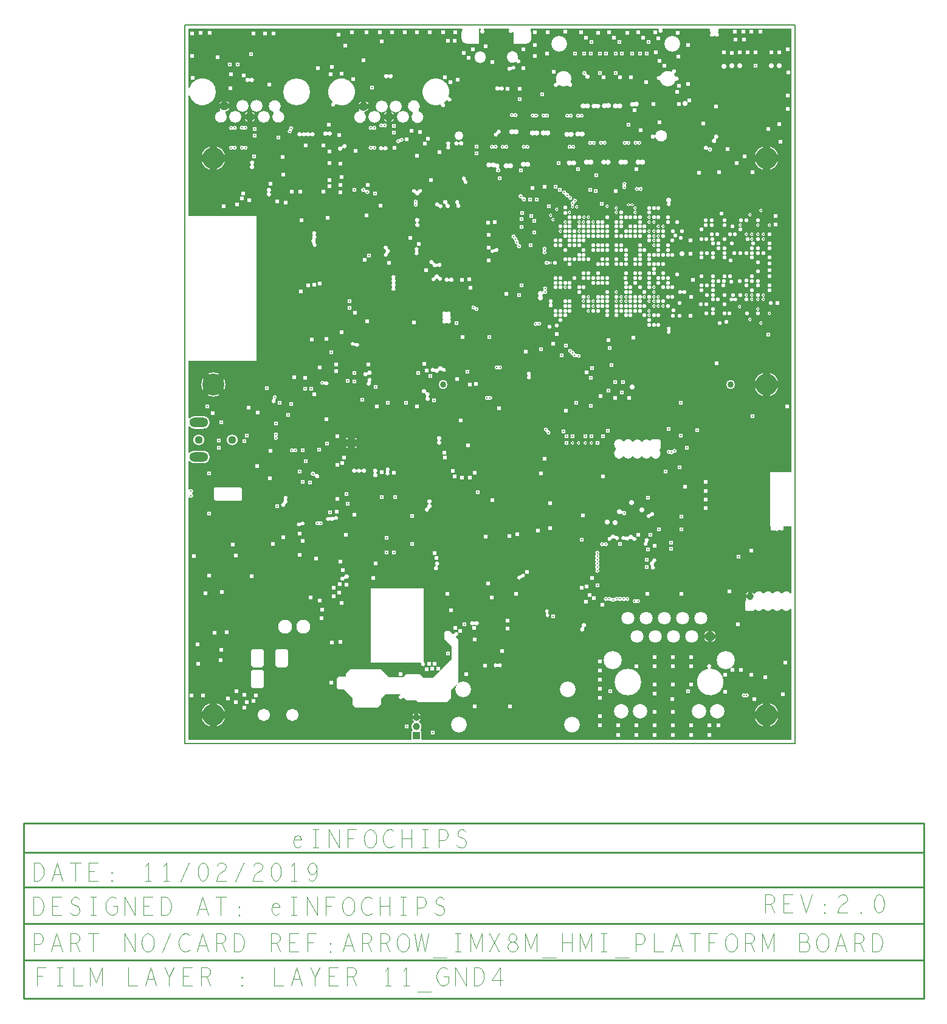
<source format=gbr>
G04 ================== begin FILE IDENTIFICATION RECORD ==================*
G04 Layout Name:  EI_ARROW_IMX8M_HMI_PLATFORM_17_00666_02.brd*
G04 Film Name:    L11_GND4.gbr*
G04 File Format:  Gerber RS274X*
G04 File Origin:  Cadence Allegro 17.2-P019*
G04 Origin Date:  Mon Feb 11 12:30:39 2019*
G04 *
G04 Layer:  DRAWING FORMAT/L11*
G04 Layer:  DRAWING FORMAT/FILM_LABEL_OUTLINE*
G04 Layer:  VIA CLASS/L11_GND4*
G04 Layer:  PIN/L11_GND4*
G04 Layer:  ETCH/L11_GND4*
G04 Layer:  DRAWING FORMAT/FILM_TITLE_BLOCK*
G04 Layer:  BOARD GEOMETRY/OUTLINE*
G04 *
G04 Offset:    (0.00 0.00)*
G04 Mirror:    No*
G04 Mode:      Positive*
G04 Rotation:  0*
G04 FullContactRelief:  No*
G04 UndefLineWidth:     5.00*
G04 ================== end FILE IDENTIFICATION RECORD ====================*
%FSLAX25Y25*MOIN*%
%IR0*IPPOS*OFA0.00000B0.00000*MIA0B0*SFA1.00000B1.00000*%
%ADD11O,.103X.052*%
%ADD17C,.012*%
%ADD19C,.05*%
%ADD14C,.06*%
%ADD18C,.016*%
%ADD10C,.034*%
%ADD12C,.044*%
%ADD21C,.055*%
%ADD16C,.03937*%
%ADD15R,.03937X.03937*%
%ADD13C,.12*%
%ADD20O,.038X.042*%
%ADD22C,.01*%
%ADD23C,.02*%
%ADD24C,.04*%
%ADD25C,.025*%
%ADD26C,.004*%
%ADD27C,.005*%
%ADD47C,.02104*%
%ADD48C,.02204*%
%ADD29C,.05004*%
%ADD36C,.02404*%
%ADD30C,.06004*%
%ADD42C,.07104*%
%ADD40C,.06204*%
%ADD46C,.01804*%
%ADD34C,.07204*%
%ADD45C,.02804*%
%ADD39C,.06604*%
%ADD37C,.04804*%
%ADD32C,.07604*%
%ADD31C,.06704*%
%ADD35C,.08604*%
%ADD43C,.07904*%
%ADD44C,.09904*%
%ADD33C,.13204*%
%ADD41C,.14604*%
%ADD38C,.14704*%
%ADD28O,.05934X.06524*%
G75*
%LPD*%
G75*
G36*
G01X129770Y6368D02*
G03X129235Y7124I-801J0D01*
G02X129107Y7602I100J283D01*
G03X128446Y11763I-2107J1798D01*
G02X128435Y12268I156J256D01*
G03X125565I-1435J2132D01*
G02X125554Y11763I-167J-249D01*
G03X124893Y7602I1446J-2363D01*
G02X124765Y7124I-228J-195D01*
G03X124230Y6368I266J-756D01*
G01Y2432D01*
G03X124236Y2337I801J3D01*
G02X123938Y2001I-298J-36D01*
G01X2001D01*
Y134781D01*
G02X2523Y134982I300J-1D01*
G03X4055Y136806I891J807D01*
G02X4052Y137312I160J254D01*
G03X2520Y139141I-653J1009D01*
G02X2001Y139346I-219J205D01*
G01Y154684D01*
G02X2532Y154876I300J0D01*
G03X5147Y153650I2615J2176D01*
G01X10247D01*
G03Y160452I0J3401D01*
G01X5147D01*
G03X2532Y159226I0J-3402D01*
G02X2001Y159418I-231J192D01*
G01Y173582D01*
G02X2532Y173774I300J0D01*
G03X5147Y172548I2615J2176D01*
G01X10247D01*
G03Y179350I0J3401D01*
G01X5147D01*
G03X2532Y178124I0J-3402D01*
G02X2001Y178316I-231J192D01*
G01Y209898D01*
X39170D01*
Y289002D01*
X2001D01*
Y354905D01*
G02X2588Y354993I300J0D01*
G03Y359301I7029J2154D01*
G02X2001Y359389I-287J88D01*
G01Y391700D01*
X152009D01*
G02X152252Y391223I1J-300D01*
G03X151642Y389357I2554J-1868D01*
G01Y386601D01*
G03X154806Y383438I3164J1D01*
G01X161416D01*
Y391700D01*
X162197D01*
G02X162377Y391160I0J-300D01*
G03X163823I723J-960D01*
G02X164003Y391700I180J240D01*
G01X177598D01*
G02X177838Y391220I0J-300D01*
G03X179748Y389761I962J-720D01*
G02X180284Y389577I236J-185D01*
G01Y383438D01*
X186894D01*
G03X190058Y386601I0J3164D01*
G01Y389357D01*
G03X189448Y391223I-3164J-2D01*
G02X189691Y391700I242J177D01*
G01X259598D01*
G02X259838Y391220I0J-300D01*
G03X261762I962J-720D01*
G02X262002Y391700I240J180D01*
G01X287552D01*
G02X287831Y391290I0J-300D01*
G03X288335Y389817I1119J-440D01*
G02X288345Y389308I-153J-258D01*
G03X290100Y387815I655J-1008D01*
G02X290639Y387835I274J-121D01*
G03X292431Y389354I1061J565D01*
G02X292411Y389813I183J238D01*
G03X292663Y391260I-811J887D01*
G02X292929Y391700I266J140D01*
G01X332645D01*
Y148846D01*
X320820D01*
Y118922D01*
X321184D01*
G02X321434Y118455I0J-300D01*
G03X323222Y116882I1001J-664D01*
G02X323659Y116834I196J-227D01*
G03X325697Y117014I963J719D01*
G02X326204Y117061I268J-135D01*
G03X328161Y118455I956J729D01*
G02X328411Y118922I250J167D01*
G01X332645D01*
Y82421D01*
G02X332094Y82257I-300J0D01*
G03X327581Y82276I-2263J-1476D01*
G02X327081I-250J166D01*
G03X322581I-2250J-1495D01*
G02X322081I-250J166D01*
G03X317581I-2250J-1495D01*
G02X317081I-250J166D01*
G03X312476Y82105I-2250J-1495D01*
G02X311960Y82095I-261J148D01*
G03X307330Y80781I-2129J-1314D01*
G01Y80381D01*
G03X307815Y78900I2501J-1D01*
G02X307671Y78439I-242J-177D01*
G03X307130Y77681I261J-758D01*
G01Y73481D01*
G03X307931Y72680I801J0D01*
G01X311731D01*
G03X312532Y73481I0J801D01*
G01Y73656D01*
X312751D01*
X312795Y73605D01*
G03X317081Y73886I2036J1776D01*
G02X317581I250J-166D01*
G03X322081I2250J1495D01*
G02X322581I250J-166D01*
G03X327081I2250J1495D01*
G02X327581I250J-166D01*
G03X332094Y73905I2250J1495D01*
G02X332645Y73741I251J-164D01*
G01Y2001D01*
X130062D01*
G02X129764Y2337I0J300D01*
G03X129770Y2432I-795J98D01*
G01Y6368D01*
G37*
%LPC*%
G75*
G36*
G01X36364Y31267D02*
Y39567D01*
G02X37165Y40368I801J0D01*
G01X42365D01*
G02X43166Y39567I0J-801D01*
G01Y31267D01*
G02X42365Y30466I-801J0D01*
G01X37165D01*
G02X36364Y31267I0J801D01*
G37*
G36*
G01Y42684D02*
Y50984D01*
G02X37165Y51786I801J1D01*
G01X42365D01*
G02X43166Y50984I-1J-802D01*
G01Y42684D01*
G02X42365Y41882I-801J-1D01*
G01X37165D01*
G02X36364Y42684I1J802D01*
G37*
G36*
G01X49750D02*
Y50984D01*
G02X50551Y51786I801J1D01*
G01X55751D01*
G02X56552Y50984I-1J-802D01*
G01Y42684D01*
G02X55751Y41882I-801J-1D01*
G01X50551D01*
G02X49750Y42684I1J802D01*
G37*
G36*
G01X30701Y133198D02*
X16699D01*
X15798Y134099D01*
Y139801D01*
X16399Y140402D01*
X30701D01*
X31202Y139901D01*
Y133699D01*
X30701Y133198D01*
G37*
G36*
G01X182531Y375353D02*
G03X182841Y375001I295J-53D01*
G02X181792Y373335I59J-1201D01*
G03X181340Y373463I-277J-116D01*
G02X176643Y375873I-1730J2410D01*
G01Y376463D01*
G02X182577I2967J0D01*
G01Y375873D01*
G02X182531Y375353I-2967J0D01*
G37*
G36*
G01X179429Y369295D02*
G03X178984Y369181I-175J-244D01*
G02X178599Y370678I-1084J519D01*
G03X179044Y370792I175J244D01*
G02X179429Y369295I1084J-519D01*
G37*
G36*
G01X111857Y364938D02*
G03X111377I-240J-180D01*
G02Y366384I-960J723D01*
G03X111857I240J180D01*
G02Y364938I960J-723D01*
G37*
G36*
G01X35723Y362938D02*
G03X35243I-240J-180D01*
G02Y364384I-960J723D01*
G03X35723I240J180D01*
G02Y362938I960J-723D01*
G37*
G36*
G01X269284Y363173D02*
G03X268896Y362981I-102J-282D01*
G02X260598Y363320I-4103J1293D01*
G03X260225Y363543I-293J-66D01*
G02X260420Y365784I-325J1157D01*
G03X260826Y365938I130J270D01*
G02X266667Y368146I3967J-1664D01*
G03X267098Y368413I131J270D01*
G02X268506Y367216I1202J-13D01*
G03X268313Y366748I52J-295D01*
G02X268880Y365616I-3521J-2472D01*
G03X269271Y365428I285J93D01*
G02X269284Y363173I422J-1125D01*
G37*
G36*
G01X172803Y358216D02*
G03X172323I-240J-180D01*
G02Y359662I-960J723D01*
G03X172803I240J180D01*
G02Y358216I960J-723D01*
G37*
G36*
G01X82924Y350332D02*
G03X82502Y350066I-122J-274D01*
G02X80804Y351195I-1202J34D01*
G03X80885Y351687I-124J273D01*
G02X82924Y350332I5032J5360D01*
G37*
G36*
G01X246793Y349259D02*
G03X246404Y349222I-173J-245D01*
G02X246202Y351341I-1009J973D01*
G03X246591Y351378I173J245D01*
G02X246793Y349259I1009J-973D01*
G37*
G36*
G01X143978Y352468D02*
G03X143461Y352545I-280J-107D01*
G02X142229Y351296I-5813J4501D01*
G03X142253Y350809I187J-235D01*
G02X140398Y349798I-653J-1009D01*
G03X140002Y350082I-300J0D01*
G02X144538Y354480I-2353J6965D01*
G03X144876Y354081I281J-104D01*
G02X143978Y352468I224J-1181D01*
G37*
G36*
G01X231388Y348535D02*
G03X231176Y348518I-98J-114D01*
G02X231018Y350489I-1070J906D01*
G03X231230Y350506I98J114D01*
G02X231388Y348535I1070J-906D01*
G37*
G36*
G01X237497Y348322D02*
G03X237075I-211J-213D01*
G02Y350310I-989J994D01*
G03X237497I211J213D01*
G02Y348322I989J-994D01*
G37*
G36*
G01X219780D02*
G03X219358I-211J-213D01*
G02Y350310I-989J994D01*
G03X219780I211J213D01*
G02Y348322I989J-994D01*
G37*
G36*
G01X225199Y350370D02*
G03X225591Y350368I197J226D01*
G02X225576Y348246I909J-1067D01*
G03X225184Y348248I-197J-226D01*
G02X225199Y350370I-909J1067D01*
G37*
G36*
G01X180552Y343413D02*
G03X180158I-197J-227D01*
G02Y345227I-788J907D01*
G03X180552I197J227D01*
G02Y343413I788J-907D01*
G37*
G36*
G01X197852Y343213D02*
G03X197458I-197J-227D01*
G02Y345027I-788J907D01*
G03X197852I197J227D01*
G02Y343213I788J-907D01*
G37*
G36*
G01X191942D02*
G03X191548I-197J-227D01*
G02Y345027I-788J907D01*
G03X191942I197J227D01*
G02Y343213I788J-907D01*
G37*
G36*
G01X216744Y343080D02*
G03X216350I-197J-227D01*
G02Y344894I-788J907D01*
G03X216744I197J227D01*
G02Y343080I788J-907D01*
G37*
G36*
G01X210834D02*
G03X210440I-197J-227D01*
G02Y344894I-788J907D01*
G03X210834I197J227D01*
G02Y343080I788J-907D01*
G37*
G36*
G01X48752Y345549D02*
G03X48589Y346041I-225J198D01*
G02X51742Y347091I675J3232D01*
G03X51905Y346599I225J-198D01*
G02X48752Y345549I-675J-3232D01*
G37*
G36*
G01X19275Y346637D02*
G03X19451Y347140I-42J297D01*
G02X22226Y346215I2253J2133D01*
G03X22065Y345707I50J-295D01*
G02X19275Y346637I-2330J-2340D01*
G37*
G36*
G01X125052Y345449D02*
G03X124889Y345941I-225J198D01*
G02X128042Y346991I675J3232D01*
G03X128205Y346499I225J-198D01*
G02X125052Y345449I-675J-3232D01*
G37*
G36*
G01X98526Y346115D02*
G03X98365Y345607I50J-295D01*
G02X95575Y346537I-2330J-2340D01*
G03X95751Y347040I-42J297D01*
G02X98526Y346115I2253J2133D01*
G37*
G36*
G01X108470Y339546D02*
G03X108870I200J224D01*
G02Y337752I800J-897D01*
G03X108470I-200J-224D01*
G02Y339546I-800J897D01*
G37*
G36*
G01X31970Y338246D02*
G03X32370I200J224D01*
G02Y336452I800J-897D01*
G03X31970I-200J-224D01*
G02Y338246I-800J897D01*
G37*
G36*
G01X102665Y338186D02*
G03X103065I200J224D01*
G02Y336392I800J-897D01*
G03X102665I-200J-224D01*
G02Y338186I-800J897D01*
G37*
G36*
G01X26165D02*
G03X26565I200J224D01*
G02Y336392I800J-897D01*
G03X26165I-200J-224D01*
G02Y338186I-800J897D01*
G37*
G36*
G01X56957Y336471D02*
G03X57106Y336831I-136J267D01*
G02X58795Y336129I1144J369D01*
G03X58646Y335769I136J-267D01*
G02X56957Y336471I-1144J-369D01*
G37*
G36*
G01X180623Y334224D02*
G03X180201I-211J-213D01*
G02Y336212I-989J994D01*
G03X180623I211J213D01*
G02Y334224I989J-994D01*
G37*
G36*
G01X197978Y333575D02*
G03X197556I-211J-213D01*
G02Y335563I-989J994D01*
G03X197978I211J213D01*
G02Y333575I989J-994D01*
G37*
G36*
G01X191956Y333557D02*
G03X191534I-211J-213D01*
G02Y335545I-989J994D01*
G03X191956I211J213D01*
G02Y333557I989J-994D01*
G37*
G36*
G01X78451Y333487D02*
G03X77971I-240J-180D01*
G02Y334933I-960J723D01*
G03X78451I240J180D01*
G02Y333487I960J-723D01*
G37*
G36*
G01X64277Y333080D02*
G03X63797I-240J-180D01*
G02Y334526I-960J723D01*
G03X64277I240J180D01*
G02X66167Y334564I960J-723D01*
G03X66632I233J190D01*
G02X68522Y334526I930J-761D01*
G03X69002I240J180D01*
G02Y333080I960J-723D01*
G03X68522I-240J-180D01*
G02X66632Y333042I-960J723D01*
G03X66167I-233J-190D01*
G02X64277Y333080I-930J761D01*
G37*
G36*
G01X216870Y332942D02*
G03X216448I-211J-213D01*
G02Y334930I-989J994D01*
G03X216870I211J213D01*
G02Y332942I989J-994D01*
G37*
G36*
G01X210848Y332854D02*
G03X210426I-211J-213D01*
G02Y334842I-989J994D01*
G03X210848I211J213D01*
G02Y332854I989J-994D01*
G37*
G36*
G01X172011Y334101D02*
G03X171691Y333762I-23J-299D01*
G02X170589Y334799I-1191J-162D01*
G03X170909Y335138I23J299D01*
G02X172011Y334101I1191J162D01*
G37*
G36*
G01X118467Y329645D02*
G03X118113Y329485I-83J-288D01*
G02X117360Y331155I-1086J515D01*
G03X117714Y331315I83J288D01*
G02X118467Y329645I1086J-515D01*
G37*
G36*
G01X248344Y328267D02*
G03X247950I-197J-227D01*
G02Y330081I-788J907D01*
G03X248344I197J227D01*
G02Y328267I788J-907D01*
G37*
G36*
G01X242434D02*
G03X242040I-197J-227D01*
G02Y330081I-788J907D01*
G03X242434I197J227D01*
G02Y328267I788J-907D01*
G37*
G36*
G01X229321D02*
G03X228927I-197J-227D01*
G02Y330081I-788J907D01*
G03X229321I197J227D01*
G02Y328267I788J-907D01*
G37*
G36*
G01X223411D02*
G03X223017I-197J-227D01*
G02Y330081I-788J907D01*
G03X223411I197J227D01*
G02Y328267I788J-907D01*
G37*
G36*
G01X212144Y326046D02*
G03X211750I-197J-227D01*
G02Y327860I-788J907D01*
G03X212144I197J227D01*
G02Y326046I788J-907D01*
G37*
G36*
G01X187034D02*
G03X186640I-197J-227D01*
G02Y327860I-788J907D01*
G03X187034I197J227D01*
G02Y326046I788J-907D01*
G37*
G36*
G01X175460D02*
G03X175066I-197J-227D01*
G02Y327860I-788J907D01*
G03X175460I197J227D01*
G02Y326046I788J-907D01*
G37*
G36*
G01X169550D02*
G03X169156I-197J-227D01*
G02Y327860I-788J907D01*
G03X169550I197J227D01*
G02Y326046I788J-907D01*
G37*
G36*
G01X145221Y327917D02*
G03X145220Y327478I204J-220D01*
G02X143583Y327483I-821J-878D01*
G03X143584Y327922I-204J220D01*
G02X145221Y327917I821J878D01*
G37*
G36*
G01X102665Y327391D02*
G03X103065I200J224D01*
G02Y325597I800J-897D01*
G03X102665I-200J-224D01*
G02Y327391I-800J897D01*
G37*
G36*
G01X32070D02*
G03X32470I200J224D01*
G02Y325597I800J-897D01*
G03X32070I-200J-224D01*
G02Y327391I-800J897D01*
G37*
G36*
G01X26165D02*
G03X26565I200J224D01*
G02Y325597I800J-897D01*
G03X26165I-200J-224D01*
G02Y327391I-800J897D01*
G37*
G36*
G01X250015Y317576D02*
G03X249593I-211J-213D01*
G02Y319564I-989J994D01*
G03X250015I211J213D01*
G02Y317576I989J-994D01*
G37*
G36*
G01X240566D02*
G03X240144I-211J-213D01*
G02Y319564I-989J994D01*
G03X240566I211J213D01*
G02Y317576I989J-994D01*
G37*
G36*
G01X231117D02*
G03X230695I-211J-213D01*
G02Y319564I-989J994D01*
G03X231117I211J213D01*
G02Y317576I989J-994D01*
G37*
G36*
G01X221668D02*
G03X221246I-211J-213D01*
G02Y319564I-989J994D01*
G03X221668I211J213D01*
G02Y317576I989J-994D01*
G37*
G36*
G01X212219Y317201D02*
G03X211797I-211J-213D01*
G02Y319189I-989J994D01*
G03X212219I211J213D01*
G02Y317201I989J-994D01*
G37*
G36*
G01X187023Y316376D02*
G03X186601I-211J-213D01*
G02Y318364I-989J994D01*
G03X187023I211J213D01*
G02Y316376I989J-994D01*
G37*
G36*
G01X177574Y315576D02*
G03X177152I-211J-213D01*
G02Y317564I-989J994D01*
G03X177574I211J213D01*
G02Y315576I989J-994D01*
G37*
G36*
G01X37609Y317377D02*
G03Y316897I180J-240D01*
G02X36163I-723J-960D01*
G03Y317377I-180J240D01*
G02X37609I723J960D01*
G37*
G36*
G01X152866Y308029D02*
G03X152656Y308431I-279J110D01*
G02X154052Y309159I278J1169D01*
G03X154262Y308757I279J-110D01*
G02X152866Y308029I-278J-1169D01*
G37*
G36*
G01X241944Y305791D02*
G03X241938Y305597I111J-101D01*
G02X240111Y305654I-938J-752D01*
G03X240117Y305848I-111J101D01*
G02X241944Y305791I938J752D01*
G37*
G36*
G01X248696Y304797D02*
G03X249096I200J224D01*
G02Y303003I800J-897D01*
G03X248696I-200J-224D01*
G02Y304797I-800J897D01*
G37*
G36*
G01X126206Y301359D02*
G03X125867Y301622I-298J-34D01*
G02X126895Y302953I-166J1190D01*
G03X127234Y302690I298J34D01*
G02X127408Y302702I169J-1190D01*
G03X127708Y302964I2J300D01*
G02X128892Y301610I1192J-152D01*
G03X128592Y301348I-2J-300D01*
G02X126206Y301359I-1192J152D01*
G37*
G36*
G01X46762Y302390D02*
G03Y301910I180J-240D01*
G02X45316I-723J-960D01*
G03Y302390I-180J240D01*
G02X46762I723J960D01*
G37*
G36*
G01X210802Y300465D02*
G03X211163Y300167I300J-4D01*
G02X210205Y299010I244J-1177D01*
G03X209844Y299308I-300J4D01*
G02X208398Y300498I-244J1177D01*
G03X208079Y300801I-300J4D01*
G02X209202Y301987I-79J1199D01*
G03X209521Y301684I300J-4D01*
G02X210802Y300465I79J-1199D01*
G37*
G36*
G01X266238Y296626D02*
G03X266197Y296203I190J-232D01*
G02X264499I-849J-703D01*
G03X264458Y296626I-231J191D01*
G02X266238I890J1083D01*
G37*
G36*
G01X127466Y296202D02*
G03Y295998I110J-102D01*
G02X125700I-883J-815D01*
G03Y296202I-110J102D01*
G02X127466I883J815D01*
G37*
G36*
G01X150346Y296108D02*
G03X150493Y295682I261J-148D01*
G02X148991Y295162I-456J-1112D01*
G03X148844Y295588I-261J148D01*
G02X150346Y296108I456J1112D01*
G37*
G36*
G01X139413Y295739D02*
G03X139802Y295534I290J78D01*
G02X139040Y294086I398J-1134D01*
G03X138651Y294291I-290J-78D01*
G02X139413Y295739I-398J1134D01*
G37*
G36*
G01X213316Y295034D02*
G03X213259Y294608I179J-241D01*
G02X211871Y294643I-709J-558D01*
G03X211836Y295072I-226J197D01*
G02X212438Y297191I764J928D01*
G03X212698Y297490I-40J297D01*
G02X214062Y296304I1202J5D01*
G03X213802Y296005I40J-297D01*
G02X213316Y295034I-1202J-5D01*
G37*
G36*
G01X71447Y274726D02*
G03X71579Y274289I253J-162D01*
G02X70085Y273835I-481J-1101D01*
G03X69953Y274272I-253J162D01*
G02X69870Y276434I481J1101D01*
G03X69983Y276859I-141J265D01*
G02X70143Y278343I1017J641D01*
G03X70123Y278783I-213J211D01*
G02X71757Y278857I777J917D01*
G03X71777Y278417I213J-211D01*
G02X71564Y276439I-777J-917D01*
G03X71451Y276014I141J-265D01*
G02X71447Y274726I-1017J-641D01*
G37*
G36*
G01X170230Y269502D02*
G03X169791Y269379I-167J-249D01*
G02X169370Y270882I-1091J505D01*
G03X169809Y271005I167J249D01*
G02X170230Y269502I1091J-505D01*
G37*
G36*
G01X198048Y270350D02*
G03Y269950I224J-200D01*
G02X196254I-897J-800D01*
G03Y270350I-224J200D01*
G02X198048I897J800D01*
G37*
G36*
G01X127807Y270041D02*
G03X127815Y269571I190J-232D01*
G02X126319Y269544I-731J-954D01*
G03X126311Y270014I-190J232D01*
G02X127807Y270041I731J954D01*
G37*
G36*
G01X111553Y268666D02*
G03X111333Y268273I63J-293D01*
G02X109947Y269047I-1133J-401D01*
G03X110167Y269440I-63J293D01*
G02X110163Y270231I1133J401D01*
G03X109929Y270624I-284J97D01*
G02X111266Y271419I200J1185D01*
G03X111500Y271026I284J-97D01*
G02X111553Y268666I-200J-1185D01*
G37*
G36*
G01X199852Y262725D02*
G03X199413Y262680I-199J-225D01*
G02Y264120I-963J720D01*
G03X199852Y264075I240J180D01*
G02Y262725I598J-675D01*
G37*
G36*
G01X137951Y254752D02*
G03X137601Y254445I-50J-296D01*
G02X136601Y255585I-1201J-45D01*
G03X136951Y255892I50J296D01*
G02X139342Y256107I1201J45D01*
G03X139703Y255857I297J43D01*
G02X138771Y254513I258J-1174D01*
G03X138410Y254763I-297J-43D01*
G02X137951Y254752I-258J1174D01*
G37*
G36*
G01X113515Y254391D02*
G03X113511Y254791I-226J198D01*
G02X115305Y254809I889J809D01*
G03X115309Y254409I226J-198D01*
G02X115193Y252680I-889J-809D01*
G03Y252220I193J-230D01*
G02X115238Y250420I-773J-920D01*
G03Y249980I205J-220D01*
G02X113602I-818J-880D01*
G03Y250420I-205J220D01*
G02X113647Y252220I818J880D01*
G03Y252680I-193J230D01*
G02X113515Y254391I773J920D01*
G37*
G36*
G01X159324Y239425D02*
G03X159679Y239241I280J107D01*
G02X158855Y237652I300J-1164D01*
G03X158500Y237836I-280J-107D01*
G02X159324Y239425I-300J1164D01*
G37*
G36*
G01X143746Y230569D02*
G03X143266Y230565I-238J-182D01*
G02X141482Y232160I-967J714D01*
G03Y232600I-205J220D01*
G02Y234360I818J880D01*
G03Y234800I-205J220D01*
G02X143220Y236453I818J880D01*
G03X143680I230J193D01*
G02X145465Y234846I920J-773D01*
G03X145485Y234410I216J-209D01*
G02X145518Y232620I-785J-910D01*
G03Y232180I205J-220D01*
G02X143746Y230569I-817J-881D01*
G37*
G36*
G01X193670Y229110D02*
G03X193278Y229078I-178J-242D01*
G02X193128Y230888I-860J840D01*
G03X193520Y230920I178J242D01*
G02X193670Y229110I860J-840D01*
G37*
G36*
G01X266116Y226714D02*
G03Y226286I211J-214D01*
G02X264572I-772J-786D01*
G03Y226714I-211J214D01*
G02X266116I772J786D01*
G37*
G36*
G01X93164Y219507D02*
G03X93623Y219417I266J139D01*
G02X93336Y217940I777J-917D01*
G03X92877Y218030I-266J-139D01*
G02X93164Y219507I-777J917D01*
G37*
G36*
G01X211302Y213998D02*
G02X212498Y215302I-2J1202D01*
G02X213701Y214146I2J-1202D01*
G03X213833Y214002I150J5D01*
G02X214715Y213437I-143J-1193D01*
G03X215176Y213375I256J157D01*
G02X214975Y211872I824J-875D01*
G03X214514Y211934I-256J-157D01*
G02X212489Y212763I-824J875D01*
G03X212357Y212907I-150J-5D01*
G02X211302Y213998I143J1193D01*
G37*
G36*
G01X172000Y205203D02*
G03X171800I-100J-112D01*
G02Y206997I-800J897D01*
G03X172000I100J112D01*
G02Y205203I800J-897D01*
G37*
G36*
G01X187858Y201458D02*
G03X187846Y201897I-210J214D01*
G02X189481Y201942I793J903D01*
G03X189493Y201503I210J-214D01*
G02X187858Y201458I-793J-903D01*
G37*
G36*
G01X76388Y198350D02*
G03X76842Y198290I252J162D01*
G02X76639Y196750I808J-890D01*
G03X76185Y196810I-252J-162D01*
G02X76388Y198350I-808J890D01*
G37*
G36*
G01X101890Y198237D02*
G03X101787Y197809I147J-262D01*
G02X100196Y198191I-1001J-665D01*
G03X100299Y198619I-147J262D01*
G02X101890Y198237I1001J665D01*
G37*
G36*
G01X166600Y188503D02*
G03X166400I-100J-112D01*
G02Y190297I-800J897D01*
G03X166600I100J112D01*
G02Y188503I800J-897D01*
G37*
G36*
G01X48122Y188637D02*
G03X48229Y189081I-136J268D01*
G02X49744Y188717I971J708D01*
G03X49637Y188273I136J-268D01*
G02X48122Y188637I-971J-708D01*
G37*
G36*
G01X199164Y171939D02*
G03X199441Y171599I297J-41D01*
G02X198170Y170563I-80J-1199D01*
G03X197893Y170903I-297J41D01*
G02X199164Y171939I80J1199D01*
G37*
G36*
G01X50764Y168628D02*
G03Y168235I226J-196D01*
G02X48948I-908J-788D01*
G03Y168628I-226J196D01*
G02X50764I908J788D01*
G37*
G36*
G01X59797Y159748D02*
G03X59403I-197J-227D01*
G02Y161564I-787J908D01*
G03X59797I197J227D01*
G02Y159748I787J-908D01*
G37*
G36*
G01X268212Y159233D02*
G03X268037Y159144I-36J-146D01*
G02X265970Y158870I-1112J456D01*
G02X266305Y160630I-620J1030D01*
G02X267213Y160767I620J-1030D01*
G03X267388Y160856I36J146D01*
G02X268212Y159233I1112J-456D01*
G37*
G36*
G01X260818Y166083D02*
Y161883D01*
G02X260412Y161186I-801J0D01*
G03X260316Y160751I148J-261D01*
G02X260818Y159183I-2200J-1569D01*
G01Y158783D01*
G02X255866Y157288I-2702J0D01*
G03X255366I-250J-166D01*
G02X250866I-2250J1495D01*
G03X250366I-250J-166D01*
G02X245866I-2250J1495D01*
G03X245366I-250J-166D01*
G02X240866I-2250J1495D01*
G03X240366I-250J-166D01*
G02X235414Y158783I-2250J1495D01*
G01Y159183D01*
G02X236380Y161253I2701J0D01*
G03Y161713I-192J230D01*
G02X235414Y163783I1735J2070D01*
G01Y164183D01*
G02X240366Y165678I2702J0D01*
G03X240866I250J166D01*
G02X245471Y165507I2250J-1495D01*
G03X245987Y165497I261J148D01*
G02X250348Y165312I2129J-1314D01*
G03X250884I268J135D01*
G02X255143Y165649I2232J-1129D01*
G01X255188Y165587D01*
X255414D01*
Y166083D01*
G02X256216Y166884I802J-1D01*
G01X260016D01*
G02X260818Y166083I1J-801D01*
G37*
G36*
G01X110372Y148956D02*
G03X110394Y149415I-182J239D01*
G02X111938Y149342I815J883D01*
G03X111916Y148883I182J-239D01*
G02X110372Y148956I-815J-883D01*
G37*
G36*
G01X55332Y131308D02*
G03X55076Y130948I38J-298D01*
G02X53748Y131892I-1176J-248D01*
G03X54004Y132252I-38J298D01*
G02X54362Y133380I1176J248D01*
G03Y133820I-205J220D01*
G02X55998I818J880D01*
G03Y133380I205J-220D01*
G02X55332Y131308I-818J-880D01*
G37*
G36*
G01X255874Y124628D02*
G03X255484Y124394I-94J-285D01*
G02X254677Y125741I-1184J206D01*
G03X255067Y125975I94J285D01*
G02X255874Y124628I1184J-206D01*
G37*
G36*
G01X79820Y122282D02*
G03X79380I-220J-205D01*
G02Y123918I-880J818D01*
G03X79820I220J205D01*
G02X81386Y124087I880J-818D01*
G03X81821Y124191I171J247D01*
G02X82193Y122634I1058J-570D01*
G03X81758Y122530I-171J-247D01*
G02X79820Y122282I-1058J570D01*
G37*
G36*
G01X73700Y119903D02*
G03X73490Y119892I-99J-112D01*
G02X73400Y121597I-890J808D01*
G03X73610Y121608I99J112D01*
G02X73700Y119903I890J-808D01*
G37*
G36*
G01X63956Y119613D02*
G03X63527Y119520I-171J-246D01*
G02X63180Y121120I-1034J613D01*
G03X63609Y121213I171J246D01*
G02X63956Y119613I1034J-613D01*
G37*
G36*
G01X234398Y112260D02*
G03X234005Y112009I-95J-284D01*
G02X233191Y113281I-1195J132D01*
G03X233584Y113532I95J284D01*
G02X235920Y113779I1195J-132D01*
G03X236363Y113619I285J95D01*
G02X235859Y112221I637J-1019D01*
G03X235416Y112381I-285J-95D01*
G02X234398Y112260I-637J1019D01*
G37*
G36*
G01X245809Y113485D02*
G03X246202Y113248I296J47D01*
G02X245402Y111925I388J-1138D01*
G03X245009Y112162I-296J-47D01*
G02X244213Y112169I-388J1138D01*
G03X243820Y111959I-102J-282D01*
G02X241637Y111605I-1167J288D01*
G03X241205Y111686I-254J-160D01*
G02X241506Y113295I-715J966D01*
G03X241938Y113214I254J160D01*
G02X243061Y113378I715J-967D01*
G03X243454Y113588I102J282D01*
G02X245809Y113485I1167J-288D01*
G37*
G36*
G01X252158Y110473D02*
G03X252278Y110898I-136J268D01*
G02X253842Y110457I1022J632D01*
G03X253722Y110032I136J-268D01*
G02X252158Y110473I-1022J-632D01*
G37*
G36*
G01X230054Y108333D02*
G03X229661I-196J-226D01*
G02Y110149I-788J908D01*
G03X230054I196J226D01*
G02Y108333I788J-908D01*
G37*
G36*
G01X257092Y97902D02*
G03X257181Y97452I234J-188D01*
G02X255661Y97151I-581J-1052D01*
G03X255572Y97601I-234J188D01*
G02X255991Y99844I581J1052D01*
G03X256242Y100211I-41J297D01*
G02X257574Y99297I1170J277D01*
G03X257323Y98930I41J-297D01*
G02X257092Y97902I-1170J-277D01*
G37*
G36*
G01X227067Y95897D02*
G03Y95503I227J-197D01*
G02X225251I-908J-787D01*
G03Y95897I-227J197D01*
G02Y97472I908J787D01*
G03Y97865I-226J196D01*
G02Y99440I908J787D01*
G03Y99834I-227J197D01*
G02Y101409I908J788D01*
G03Y101802I-226J196D01*
G02Y103377I908J788D01*
G03Y103771I-227J197D01*
G02X227067I908J787D01*
G03Y103377I227J-197D01*
G02Y101802I-908J-788D01*
G03Y101409I226J-196D01*
G02Y99834I-908J-788D01*
G03Y99440I227J-197D01*
G02Y97865I-908J-787D01*
G03Y97472I226J-197D01*
G02Y95897I-908J-787D01*
G37*
G36*
G01X184976Y90975D02*
G03X184577Y90755I-105J-281D01*
G02X183824Y92125I-1177J245D01*
G03X184223Y92345I105J281D01*
G02X184976Y90975I1177J-245D01*
G37*
G36*
G01X236186Y78236D02*
G03X235776Y78150I-161J-253D01*
G02X233781Y78151I-997J671D01*
G03X233371Y78236I-249J-168D01*
G02X231925Y78353I-646J1014D01*
G03X231725I-100J-112D01*
G02Y80147I-800J897D01*
G03X231925I100J112D01*
G02X233723Y79920I800J-897D01*
G03X234133Y79835I249J168D01*
G02X235424I645J-1014D01*
G03X235834Y79921I161J253D01*
G02X237631Y80147I997J-671D01*
G03X237831I100J112D01*
G02X239486Y80095I800J-897D01*
G03X239913I213J211D01*
G02X241568Y80147I855J-845D01*
G03X241768I100J112D01*
G02Y78353I800J-897D01*
G03X241568I-100J-112D01*
G02X239913Y78405I-800J897D01*
G03X239486I-213J-211D01*
G02X237831Y78353I-855J845D01*
G03X237631I-100J-112D01*
G02X236186Y78236I-800J897D01*
G37*
G36*
G01X247673Y77153D02*
G03X247474I-99J-112D01*
G02Y78947I-800J897D01*
G03X247673I100J112D01*
G02Y77153I800J-897D01*
G37*
G36*
G01X159040Y65277D02*
G03X158560I-240J-180D01*
G02Y66723I-960J723D01*
G03X159040I240J180D01*
G02Y65277I960J-723D01*
G37*
G36*
G01X130902Y85202D02*
Y44768D01*
X131001Y44733D01*
G02X129498Y44079I-401J-1133D01*
G03X129222Y44498I-275J119D01*
G01X101998D01*
Y85202D01*
X130902D01*
G37*
G36*
G01X171808Y42094D02*
G03X171364I-222J-201D01*
G02Y43706I-892J806D01*
G03X171808I222J201D01*
G02Y42094I892J-806D01*
G37*
G36*
G01X307298Y27408D02*
G02Y25592I787J-908D01*
G02Y27408I-788J908D01*
G37*
G36*
G01X220589Y366583D02*
G02X219650Y365750I211J-1183D01*
G03X219311Y366133I-287J87D01*
G02X220250Y366966I-211J1183D01*
G03X220589Y366583I287J-87D01*
G37*
G36*
G01X204595Y360666D02*
G02X203522Y361996I-1195J134D01*
G03X203823Y362423I30J298D01*
G02X211593Y362429I3884J1851D01*
G03X211749Y362023I271J-129D01*
G02X210208Y360382I-463J-1109D01*
G03X209794Y360512I-269J-133D01*
G02X205076Y360870I-2087J3762D01*
G03X204595Y360666I-183J-237D01*
G37*
G36*
G01X258049Y333422D02*
G02X258209Y331897I3172J-438D01*
G03X257662Y331936I-282J-102D01*
G02X257522Y333271I-1062J563D01*
G03X258049Y333422I230J193D01*
G37*
G36*
G01X291230Y330854D02*
G02X290063Y331406I-1017J-641D01*
G03X290279Y331863I-38J297D01*
G02X291446Y331311I1017J641D01*
G03X291230Y330854I38J-297D01*
G37*
G36*
G01X149980Y328280D02*
G02Y329334I-1080J527D01*
G03X150520I270J131D01*
G02Y328280I1080J-527D01*
G03X149980I-270J-131D01*
G37*
G36*
G01X108555Y325382D02*
G02Y326818I-964J718D01*
G03X109036I240J179D01*
G02Y325382I964J-718D01*
G03X108555I-240J-179D01*
G37*
G36*
G01X86349Y326064D02*
G02X85842Y327006I-1201J-39D01*
G03X86315Y327260I173J245D01*
G02X86822Y326318I1201J39D01*
G03X86349Y326064I-173J-245D01*
G37*
G36*
G01X287259Y326426D02*
G02X286785Y325259I712J-969D01*
G03X286312Y325451I-296J-50D01*
G02X286786Y326618I-712J969D01*
G03X287259Y326426I296J50D01*
G37*
G36*
G01X172248Y315215D02*
G02X170956Y314956I-448J-1115D01*
G03X170857Y315448I-211J214D01*
G02X170334Y315854I447J1116D01*
G03X169920Y315923I-242J-177D01*
G02X168125Y316076I-806J1147D01*
G03X167703I-211J-213D01*
G02Y318064I-989J994D01*
G03X168125I211J213D01*
G02X170342Y317747I989J-994D01*
G03X170744Y317626I263J145D01*
G02X172149Y315707I561J-1063D01*
G03X172248Y315215I211J-214D01*
G37*
G36*
G01X99537Y303262D02*
G02X98902Y302098I563J-1062D01*
G03X98463Y302338I-299J-25D01*
G02X99098Y303502I-563J1062D01*
G03X99537Y303262I299J25D01*
G37*
G36*
G01X185653Y299360D02*
G02X184713Y298375I247J-1176D01*
G03X184355Y298716I-296J47D01*
G02X185295Y299701I-247J1176D01*
G03X185653Y299360I296J-47D01*
G37*
G36*
G01X244545Y295778D02*
G02X244538Y294803I755J-493D01*
G03X244033Y294807I-254J-160D01*
G02X244040Y295782I-755J493D01*
G03X244545Y295778I254J160D01*
G37*
G36*
G01X144140Y295772D02*
G02X143044Y295082I-9J-1202D01*
G03X142775Y295510I-271J128D01*
G02X143871Y296200I9J1202D01*
G03X144140Y295772I271J-128D01*
G37*
G36*
G01X128004Y285282D02*
G02X126884Y285204I-486J-1099D01*
G03X126847Y285734I-158J255D01*
G02X127967Y285812I486J1099D01*
G03X128004Y285282I158J-255D01*
G37*
G36*
G01X183285Y273751D02*
G02X182174Y273151I-69J-1200D01*
G03X181931Y273600I-260J150D01*
G02X180849Y275147I69J1200D01*
G03X180772Y275325I-143J44D01*
G02X180107Y276552I528J1080D01*
G03X179985Y276717I-149J18D01*
G02X181393Y277753I215J1183D01*
G03X181515Y277588I149J-18D01*
G02X182451Y276058I-215J-1183D01*
G03X182528Y275880I143J-44D01*
G02X183042Y274200I-528J-1080D01*
G03X183285Y273751I260J-150D01*
G37*
G36*
G01X138148Y261511D02*
G02X135912Y262285I-1048J589D01*
G03X135544Y262623I-296J47D01*
G02X136445Y263605I-287J1167D01*
G03X136813Y263267I296J-47D01*
G02X138040Y262849I287J-1167D01*
G03X138536Y262889I235J187D01*
G02X138644Y261551I1048J-589D01*
G03X138148Y261511I-235J-187D01*
G37*
G36*
G01X144591Y253460D02*
G02Y254774I-1007J657D01*
G03X145093I251J164D01*
G02Y253460I1007J-657D01*
G03X144591I-251J-164D01*
G37*
G36*
G01X272962Y247978D02*
G02X272952Y246838I938J-578D01*
G03X272438Y246842I-258J-153D01*
G02X272448Y247982I-938J578D01*
G03X272962Y247978I258J153D01*
G37*
G36*
G01X195994Y245189D02*
G02X194006I-994J-989D01*
G03Y245611I-213J211D01*
G02X195896Y247679I994J989D01*
G03X196369Y247808I191J231D01*
G02X196603Y248200I1130J-409D01*
G03Y248600I-224J200D01*
G02X198397I897J800D01*
G03Y248200I224J-200D01*
G02X196816Y246412I-897J-800D01*
G03X196355Y246242I-171J-247D01*
G02X195994Y245611I-1356J357D01*
G03Y245189I213J-211D01*
G37*
G36*
G01X300533Y242660D02*
G02X300524Y243924I-907J626D01*
G03X301016Y243928I245J174D01*
G02X301025Y242664I907J-626D01*
G03X300533Y242660I-245J-174D01*
G37*
G36*
G01X201221Y241043D02*
G02X200081I-570J-943D01*
G03Y241557I-155J257D01*
G02X201221I570J943D01*
G03Y241043I155J-257D01*
G37*
G36*
G01X139318Y204283D02*
G02X137074Y203719I-1202J35D01*
G03X136631Y203807I-260J-150D01*
G02X136942Y205360I-731J954D01*
G03X137385Y205272I260J150D01*
G02X138502Y205456I731J-954D01*
G03X138898Y205732I96J284D01*
G02X141256Y206026I1202J-35D01*
G03X141649Y205826I289J81D01*
G02X140913Y204371I420J-1126D01*
G03X140520Y204571I-289J-81D01*
G02X139714Y204559I-420J1126D01*
G03X139318Y204283I-96J-284D01*
G37*
G36*
G01X100156Y202069D02*
G02X99685Y203388I-1156J331D01*
G03X100144Y203552I171J246D01*
G02X100615Y202233I1156J-331D01*
G03X100156Y202069I-171J-246D01*
G37*
G36*
G01X133719Y189930D02*
G02X132397Y189875I-619J-1030D01*
G03X132377Y190376I-175J244D01*
G02X131812Y191611I619J1030D01*
G03X131433Y191950I-296J51D01*
G02X132284Y192900I-333J1155D01*
G03X132663Y192561I296J-51D01*
G02X133699Y190431I333J-1155D01*
G03X133719Y189930I175J-244D01*
G37*
G36*
G01X140094Y165882D02*
G02X138706I-694J-982D01*
G03Y166371I-173J245D01*
G02X140094I694J982D01*
G03Y165882I173J-244D01*
G37*
G36*
G01X93880Y148973D02*
G02Y150027I-1080J527D01*
G03X94420I270J131D01*
G02X96580I1080J-527D01*
G03X97120I270J131D01*
G02Y148973I1080J-527D01*
G03X96580I-270J-131D01*
G02X94420I-1080J527D01*
G03X93880I-270J-131D01*
G37*
G36*
G01X105103Y148095D02*
G02X103688Y148002I-644J-1015D01*
G03X103656Y148485I-193J230D01*
G02X105071Y148578I644J1015D01*
G03X105103Y148095I193J-230D01*
G37*
G36*
G01X71858Y147513D02*
G02X71308Y146608I647J-1013D01*
G03X70847Y146887I-299J27D01*
G02X71397Y147792I-647J1013D01*
G03X71858Y147513I299J-27D01*
G37*
G36*
G01X133878Y128440D02*
G02X132643Y129401I-1178J-240D01*
G03X132922Y129760I-15J299D01*
G02X133573Y131080I1178J240D01*
G03Y131620I-131J270D01*
G02X134627I527J1080D01*
G03Y131080I131J-270D01*
G02X134157Y128799I-527J-1080D01*
G03X133878Y128440I15J-299D01*
G37*
G36*
G01X240135Y127211D02*
G02X239768Y125880I765J-927D01*
G03X239277Y125994I-282J-101D01*
G02X239654Y127364I-977J1006D01*
G03X240135Y127211I290J78D01*
G37*
G36*
G01X138478Y97016D02*
G02X137402Y97265I-779J-916D01*
G03X137522Y97784I-74J291D01*
G02X138598Y97535I779J916D01*
G03X138478Y97016I74J-291D01*
G37*
G36*
G01X87502Y90397D02*
G02X87019Y91363I-1202J3D01*
G03X87498Y91603I179J241D01*
G02X87981Y90637I1202J-3D01*
G03X87502Y90397I-179J-241D01*
G37*
G36*
G01X199344Y71309D02*
G02X198141Y71099I-444J-1009D01*
G03X198056Y71591I-206J218D01*
G02X199259Y71801I444J1009D01*
G03X199344Y71309I206J-218D01*
G37*
G36*
G01X218897Y63271D02*
G02X217623Y63770I-997J-671D01*
G03X217803Y64229I-69J292D01*
G02X219077Y63730I997J671D01*
G03X218897Y63271I69J-292D01*
G37*
G36*
G01X288483Y41079D02*
G02X286721Y40958I-384J-7292D01*
G03X286831Y41501I-57J294D01*
G02X288300Y41602I669J999D01*
G03X288483Y41079I199J-224D01*
G37*
G36*
G01X105801Y19798D02*
X93699D01*
X91998Y21499D01*
Y25099D01*
X87299Y29798D01*
X84099D01*
X83298Y30599D01*
Y35601D01*
X84299Y36602D01*
X87899D01*
X88398Y37101D01*
Y38301D01*
X90999Y40902D01*
X107601D01*
X112001Y36502D01*
X119499D01*
X121199Y38202D01*
X128701D01*
X130801Y36102D01*
X135999D01*
X146198Y46301D01*
Y53499D01*
X142398Y57299D01*
Y61001D01*
X142999Y61602D01*
X145301D01*
X147030Y59872D01*
G03X147542Y60077I212J212D01*
G02X148770Y58849I1202J-26D01*
G03X148565Y58337I7J-300D01*
G01X149802Y57101D01*
Y33399D01*
X145802Y29399D01*
Y24899D01*
X143501Y22598D01*
X128099D01*
X126799Y23898D01*
X121499D01*
X119997Y25401D01*
G03X119492Y25255I-212J-212D01*
G02X118314Y26722I-1172J265D01*
G01X118376D01*
X118526Y26872D01*
X118299Y27098D01*
X110201D01*
X107702Y24599D01*
Y21699D01*
X105801Y19798D01*
G37*
G54D47*
X288849Y284231D03*
X285700Y286790D03*
X295717Y253523D03*
X289568D03*
X264829Y270457D03*
G54D48*
X252033Y239749D03*
X249474Y244866D03*
X267431Y244867D03*
X314172Y253523D03*
X286418Y268877D03*
X311023Y266318D03*
X259711Y270456D03*
X295867Y268877D03*
Y240627D03*
X257151Y229512D03*
X259710Y229511D03*
X295867Y235609D03*
X289567Y238168D03*
X267977Y237413D03*
X289568Y268877D03*
X264829Y239749D03*
X286418Y245845D03*
X317322Y268877D03*
X259710Y262779D03*
X271900Y277000D03*
X314172Y268877D03*
X269888Y285811D03*
X289568Y273995D03*
X289567Y243286D03*
X254592Y232071D03*
X295967Y245845D03*
X285700Y284231D03*
X264829Y288370D03*
X297070Y231000D03*
X264829Y252544D03*
X289568Y250963D03*
X295867Y256082D03*
X262270Y255103D03*
X307873Y250964D03*
X295893Y276555D03*
X254593Y290929D03*
X267641Y234489D03*
X285976Y240727D03*
X292126Y243286D03*
X295893Y286791D03*
X259710Y293489D03*
X311023Y256082D03*
X299017D03*
X269900Y257000D03*
X298893Y279114D03*
X254592Y293489D03*
Y229511D03*
X271247Y234529D03*
X285976Y235609D03*
X267483Y280733D03*
X286046Y276554D03*
X262270Y249985D03*
X292717Y253523D03*
Y271436D03*
X264829Y273015D03*
X272600Y280700D03*
X289202Y276559D03*
X257151Y293489D03*
X295893Y284232D03*
X271400Y241500D03*
X289577Y245845D03*
X291999Y279113D03*
X264829Y255103D03*
X203000Y263300D03*
X295867Y266318D03*
X264829Y267897D03*
X208563Y293888D03*
X254592Y265338D03*
Y262779D03*
Y257662D03*
X257151Y267897D03*
X262270D03*
X259710D03*
Y275574D03*
X259712Y273016D03*
X262271Y280692D03*
X259711D03*
Y242308D03*
X304600Y245846D03*
X300700D03*
X289570Y248405D03*
X314173Y258641D03*
X304400Y253535D03*
X289567Y256082D03*
X283268Y250964D03*
X314173Y263759D03*
X304723Y268877D03*
X283268D03*
X289567Y266318D03*
X308573Y276554D03*
X304723Y281672D03*
X299900Y273995D03*
X292717D03*
X288849Y286790D03*
X321400Y241500D03*
X320472Y256082D03*
Y250964D03*
Y266318D03*
X320493Y279103D03*
X320472Y271436D03*
X320750Y263000D03*
X320700Y259300D03*
X262271Y242308D03*
X259710Y234630D03*
X257150D03*
X259710Y288370D03*
X257150D03*
X314173Y235610D03*
X293400Y230500D03*
X298771Y235614D03*
X289567Y235610D03*
X307873Y243287D03*
X283070Y240728D03*
X301517Y279113D03*
X314373Y286790D03*
X305023D03*
X307873D03*
X294270Y290500D03*
X300400Y283500D03*
X259711Y252544D03*
X264829Y249985D03*
X262270Y257662D03*
X259711Y255103D03*
X299735Y252974D03*
X301300Y268757D03*
X283268Y256082D03*
Y266318D03*
Y281672D03*
X314173Y245846D03*
Y276554D03*
X308173Y235610D03*
X208580Y290879D03*
X223885Y283251D03*
X244356Y278133D03*
X216208D03*
X246915Y280692D03*
X244356Y283251D03*
X252033D03*
X246915D03*
X221326Y280693D03*
Y285810D03*
X249474Y280692D03*
X218767Y283251D03*
X208530Y270456D03*
X226443Y262779D03*
X229003D03*
X231562D03*
X241797Y267897D03*
Y265338D03*
X239238Y262779D03*
X241797D03*
Y252544D03*
X241697Y255103D03*
X241797Y257662D03*
X229003Y265338D03*
X236680Y262779D03*
X241797Y270456D03*
X252033Y234629D03*
X254593Y267898D03*
X226443Y257662D03*
X249474Y249985D03*
X244356Y234630D03*
Y249985D03*
X241797Y249984D03*
X236679Y265338D03*
X241797Y247426D03*
X231562Y280692D03*
X252033Y280693D03*
X229003Y280692D03*
X244356D03*
X239238Y283251D03*
Y285810D03*
X218767Y267898D03*
X216208Y267897D03*
X221326Y265338D03*
X218767Y265339D03*
X216208Y265338D03*
X246915Y278133D03*
X236679Y234630D03*
X211090Y249985D03*
X239238Y290929D03*
X208530Y252544D03*
X211090D03*
X203412Y249984D03*
X205971Y232070D03*
Y249984D03*
X203412Y252543D03*
X205971D03*
X211090Y237190D03*
X208530Y242308D03*
X211090D03*
X203412Y237189D03*
X205971D03*
X203137Y234571D03*
X205971Y234629D03*
X208530Y237190D03*
X221326Y239749D03*
X211090D03*
X208530D03*
X218767Y244867D03*
X249474Y239749D03*
X236679Y280692D03*
X241797D03*
X249474Y283251D03*
X244356Y247426D03*
X231562Y234630D03*
Y288370D03*
X213649D03*
X211090Y275574D03*
X231562Y247426D03*
X320472Y248405D03*
Y273995D03*
X311623D03*
X295867Y271430D03*
X283268Y276554D03*
X311023Y248405D03*
X216208Y283251D03*
X223885Y278133D03*
X221326D03*
X283200Y248400D03*
X295367Y250964D03*
X203412Y255102D03*
X205971D03*
X213649Y265338D03*
X211090Y262779D03*
Y265338D03*
X208530D03*
X216208Y247426D03*
X218767Y249985D03*
X216208D03*
X246915Y288370D03*
X244356D03*
X211090Y278133D03*
X213649Y275574D03*
X203412D03*
X205971D03*
X213649Y273015D03*
X211090D03*
X218767Y278133D03*
X239239Y288370D03*
X241797D03*
X249474Y285811D03*
Y288370D03*
X264829Y244867D03*
X314172Y250964D03*
X311023Y253523D03*
Y268878D03*
X262270Y278133D03*
X267388Y267897D03*
X299322Y264822D03*
X216208Y288370D03*
X264829Y285811D03*
X267388Y249985D03*
X286400Y250970D03*
X307874Y268877D03*
X288849Y279113D03*
X269100Y278500D03*
X314172Y271436D03*
X229003Y285810D03*
X311023Y271436D03*
X267388Y275574D03*
X307940Y253589D03*
X249474Y237190D03*
Y278133D03*
X208530Y234629D03*
X257151Y257662D03*
X218766Y275574D03*
X216208Y273015D03*
X252033Y247426D03*
X211090Y283251D03*
X205964Y283258D03*
X208530Y283251D03*
X211090Y285810D03*
Y280692D03*
X236679Y278133D03*
Y237190D03*
X239238Y239749D03*
X236679D03*
X241797D03*
X239238Y237190D03*
X229003Y244867D03*
X231568Y239755D03*
X229003Y239749D03*
X211090Y288370D03*
X213649Y278133D03*
X208530Y280692D03*
X231562Y242308D03*
X200100Y228500D03*
X244356Y242308D03*
X246916Y244867D03*
X226444Y239749D03*
Y237190D03*
Y242308D03*
X203800Y229100D03*
X246915Y242308D03*
X244356Y239749D03*
X246915D03*
X231562Y278133D03*
X236679Y244867D03*
X244357D03*
X241797Y237189D03*
X244356Y237190D03*
X257145Y260227D03*
X246915Y237190D03*
X262270Y262779D03*
X241797Y234630D03*
X257151Y262779D03*
X231562Y237190D03*
X223885Y280692D03*
X226443Y278133D03*
X216208Y275574D03*
X246915Y252544D03*
X213649Y255102D03*
X249474Y273015D03*
Y270456D03*
Y267897D03*
Y265338D03*
X246915D03*
X249474Y262779D03*
X246915D03*
X249474Y255103D03*
Y257662D03*
X246915Y255103D03*
Y257662D03*
X252033Y270456D03*
X254592Y275574D03*
Y278133D03*
Y249985D03*
Y255103D03*
Y252544D03*
Y244867D03*
X231562D03*
X249474Y242308D03*
X218767Y280692D03*
X213649D03*
X226444Y285810D03*
X231562Y252544D03*
Y255103D03*
X229003Y252544D03*
Y255103D03*
X223885Y252544D03*
Y255103D03*
X221326D03*
X218766D03*
X226444D03*
Y252544D03*
X218766Y257662D03*
X221325D03*
X236679Y273015D03*
X239238Y273016D03*
X236679Y270456D03*
X239238Y270457D03*
X231561Y265338D03*
X223885Y270456D03*
X226444D03*
X229003D03*
Y273015D03*
X231562Y270456D03*
Y273015D03*
X226444D03*
X223885D03*
X241797Y278133D03*
X236679Y283251D03*
X218767Y270456D03*
X229003Y283251D03*
X231562D03*
X226444Y244867D03*
X218767Y239749D03*
X221326Y242308D03*
X203412Y273015D03*
X205971D03*
X229003Y242308D03*
X223885Y237190D03*
X208530Y278133D03*
X229003D03*
X226444Y280692D03*
X236679Y285810D03*
X239238Y278133D03*
X226444Y283251D03*
X221326D03*
G54D29*
X141732Y196850D03*
X299212D03*
G54D36*
X92792Y203027D03*
X56600Y180150D03*
X58299Y186016D03*
X52100Y186800D03*
X89150Y131450D03*
X65945Y194516D03*
X77650Y177595D03*
X80400Y214341D03*
X155337Y163553D03*
X83507Y134000D03*
X83050Y207850D03*
X92866Y198413D03*
X53816Y112984D03*
X89371Y198684D03*
X97207Y188377D03*
X111279Y186579D03*
X136619Y188103D03*
X121121Y186579D03*
X107900Y148700D03*
X114500Y148500D03*
X70950Y191550D03*
X100700Y207900D03*
X131313Y208012D03*
X88384Y114500D03*
X36684Y91616D03*
X13284Y92016D03*
X65945Y200555D03*
X195216Y216099D03*
X83000Y204200D03*
X88584Y136600D03*
X69245Y194516D03*
X146900Y149300D03*
X147800Y146400D03*
X151900Y145800D03*
X156200Y145900D03*
X158900Y148300D03*
X187518Y93946D03*
X154150Y38150D03*
X158912Y20312D03*
X178312D03*
X164950Y113430D03*
X178000Y113900D03*
X85800Y77200D03*
X80500Y55500D03*
X85300Y55600D03*
X186800Y214800D03*
X104479Y195347D03*
X149300Y199625D03*
X151400Y177126D03*
X174084Y50784D03*
X77800Y164400D03*
X64521Y160656D03*
X33800Y168700D03*
X159500Y197100D03*
X156200Y196900D03*
X39633Y151933D03*
X118400Y38080D03*
X15367Y181067D03*
X44796Y194799D03*
X87300Y156800D03*
X86300Y153600D03*
X83600Y152900D03*
X32700Y165600D03*
X177064Y63200D03*
X177100Y67500D03*
X27800Y103000D03*
X4800Y102800D03*
X127921Y203221D03*
X145900Y73100D03*
X153136Y65532D03*
X144277Y49521D03*
X168500Y133400D03*
X132500Y40900D03*
X133800Y43600D03*
X137100D03*
X138900Y41200D03*
X135700Y41000D03*
X80400Y33500D03*
X148400Y63400D03*
X143803Y81989D03*
X150900Y61900D03*
X159100Y57200D03*
X35017Y184000D03*
X110716Y104700D03*
X69100Y80200D03*
X74064Y78333D03*
X75000Y68900D03*
X75200Y73500D03*
X83200Y127011D03*
X103400Y90900D03*
X138000Y101700D03*
X136900Y104300D03*
X85364Y99833D03*
X86500Y95000D03*
X88500Y87000D03*
X81700Y85400D03*
X81500Y80800D03*
X84900Y87300D03*
X84700Y82700D03*
X105342Y184861D03*
X127400Y184800D03*
X181700Y82000D03*
X132700Y204300D03*
X164700Y42750D03*
X195304Y148140D03*
X64551Y110949D03*
X104700Y98600D03*
X73992Y205908D03*
X19700Y45700D03*
X19800Y51400D03*
X16400Y60700D03*
X23100Y61200D03*
X71991Y101539D03*
X168200Y79995D03*
X32700Y26800D03*
X27900Y22900D03*
X23500Y24800D03*
X28300Y28700D03*
X34100Y22600D03*
X38900Y26500D03*
X32700Y19600D03*
X37500Y23500D03*
X62868Y115000D03*
X62951Y103500D03*
X20400Y83200D03*
X11400Y82400D03*
X6900Y54500D03*
X9800Y26300D03*
X7200Y43900D03*
X3700Y26400D03*
X83600Y168400D03*
X158600Y63300D03*
X166416Y87784D03*
X193700Y116800D03*
X197380Y156172D03*
X142400Y159400D03*
X142600Y156600D03*
X59800Y200700D03*
X92984Y125290D03*
X154900Y203700D03*
X134508Y201517D03*
X135900Y6000D03*
X121504Y9400D03*
X182200Y114720D03*
X114484Y104700D03*
X124690Y109400D03*
X110716Y112701D03*
X124690Y124600D03*
X115300Y134984D03*
X160700Y137900D03*
X108100Y135084D03*
X172412Y183662D03*
X49856Y175321D03*
X73465Y161235D03*
X66284Y154900D03*
X18484Y166000D03*
X19942Y176158D03*
X39800Y181300D03*
X18484Y162200D03*
X12300Y184784D03*
X50500Y130000D03*
X46489Y145404D03*
X79500Y126610D03*
X64600Y143300D03*
X68600Y143200D03*
X62900Y149200D03*
X48380Y109520D03*
X26200Y109100D03*
X47060Y160388D03*
X13200Y148200D03*
Y126100D03*
X189300Y298184D03*
X165000Y382200D03*
X172600Y309700D03*
X190000Y289000D03*
X191616Y286500D03*
X191584Y280100D03*
X184416Y314200D03*
X193000Y298184D03*
X139500Y324200D03*
X170083Y285617D03*
X128408Y273595D03*
X152005Y254196D03*
X166537Y271664D03*
X155942Y254259D03*
X166584Y264617D03*
Y278617D03*
X166434Y285467D03*
X132300Y259400D03*
X31200Y298700D03*
X190500Y304400D03*
X199700Y294295D03*
X183716Y353000D03*
X21400Y294300D03*
X107957Y384584D03*
X85391Y302226D03*
X32416Y366016D03*
X133416Y331245D03*
X123512Y277100D03*
X148891Y230519D03*
X24557Y372103D03*
X28937D03*
X36300Y377888D03*
X90289Y242333D03*
Y238873D03*
X99500Y289367D03*
X98625Y264956D03*
X156716Y249800D03*
X35140Y297760D03*
X79100Y339200D03*
X102757Y359303D03*
X184700Y287400D03*
X184800Y290700D03*
X149700Y363571D03*
X184684Y283100D03*
X144300Y385100D03*
X195800Y355700D03*
X147791Y385081D03*
X168724Y373315D03*
X28600Y295400D03*
X107351Y294600D03*
X114516Y334800D03*
X38216Y333100D03*
X185700Y380500D03*
X38216Y336800D03*
X114516Y338300D03*
X32040Y301540D03*
X80700Y370800D03*
X72942Y370213D03*
X77600Y221822D03*
X86100Y225500D03*
X63960Y286800D03*
X153100Y378329D03*
X43949Y389165D03*
X48765D03*
X97949Y374301D03*
X84241Y388323D03*
X37507Y389093D03*
X197350Y305150D03*
X93000Y303300D03*
X104300Y301500D03*
X79151Y324449D03*
X131487Y328887D03*
X75879Y302300D03*
X176214Y246559D03*
X152425Y222600D03*
X55300Y296252D03*
X125600Y230775D03*
X99800Y231500D03*
X47000Y306700D03*
X86093Y310374D03*
X53900Y311800D03*
X93684Y324700D03*
X79250Y318150D03*
X127369Y322174D03*
X121714Y330953D03*
X128775Y335175D03*
X53652Y321300D03*
X51302Y332100D03*
X66400Y327748D03*
X75849D03*
X63152Y302300D03*
X84700Y333300D03*
X79148Y305551D03*
X124213Y335587D03*
X111944Y263244D03*
X185500Y370200D03*
X184550Y250950D03*
X100915Y267357D03*
X93300Y236200D03*
X69490Y221321D03*
X159901Y327084D03*
X114779Y326479D03*
X134900Y308900D03*
X78129Y288073D03*
X4200Y364700D03*
X3800Y389200D03*
X13600Y389300D03*
X17800Y376000D03*
X25400Y366900D03*
X85900Y367200D03*
X79800Y366700D03*
X8700Y389400D03*
X91500Y389600D03*
X87800Y382300D03*
X92200Y364200D03*
X46300Y361000D03*
X25000Y359000D03*
X4000Y376700D03*
X99500Y389700D03*
X106900Y389600D03*
X113700Y389700D03*
X120600D03*
X127400Y389800D03*
X134400D03*
X141500D03*
X148200Y389900D03*
X157900Y380500D03*
X155500Y375800D03*
X192100Y389900D03*
X192000Y382900D03*
X191900Y376620D03*
X142700Y365100D03*
X145600Y362500D03*
X183200Y245900D03*
X167100Y222600D03*
X189600Y273000D03*
X177000Y358684D03*
X183716Y358900D03*
X159901Y323316D03*
X79148Y308701D03*
X85200Y306026D03*
X50600Y297002D03*
X85208Y317740D03*
X58700Y302300D03*
X38064Y321677D03*
X74100Y252200D03*
X71086Y251314D03*
X67700Y251100D03*
X63700Y247800D03*
X100400Y305999D03*
X198900Y389900D03*
X198600Y378200D03*
X327800Y27100D03*
X214600Y186600D03*
X235883Y189468D03*
X232355Y193284D03*
X243757Y189468D03*
X239686Y192315D03*
X228009Y190500D03*
X272269Y124491D03*
X255400Y114316D03*
X271800Y168784D03*
X229400Y146400D03*
X275216Y162200D03*
X330300Y184600D03*
X235800Y198000D03*
X240300Y198100D03*
X220135Y203500D03*
X271900Y186676D03*
X311363Y179297D03*
X291500Y208500D03*
X263508Y149208D03*
X303200Y65500D03*
X207700Y171100D03*
X222700Y185100D03*
X218300Y125100D03*
X224400Y79600D03*
X226300Y164716D03*
X212700Y168484D03*
X253241Y96684D03*
X260069Y117291D03*
X209300Y168484D03*
X220284Y86200D03*
X280784Y171900D03*
X222900Y168484D03*
X253459Y82159D03*
X228802Y75998D03*
X209300Y164716D03*
X217568Y111768D03*
X200130Y118160D03*
X219500Y168484D03*
X265400Y172400D03*
X254066Y106461D03*
X266516Y106600D03*
X232000Y171300D03*
X266516Y110200D03*
X229316Y168484D03*
X312200Y24300D03*
X274200Y140900D03*
X310584Y105800D03*
X298700Y83400D03*
X276000Y28884D03*
X233300Y28684D03*
X272200Y82100D03*
X285514Y143254D03*
Y138530D03*
Y133800D03*
Y129081D03*
X222100Y81400D03*
X233987Y207412D03*
X232900Y216700D03*
X206598Y212700D03*
X329200Y44400D03*
X222551Y200269D03*
X253900Y134684D03*
X219900Y77900D03*
X318400Y36500D03*
X271131Y151251D03*
X272269Y117291D03*
X217600Y85400D03*
X200200Y131886D03*
X303538Y102300D03*
X310623Y37677D03*
X304880Y40300D03*
X237500Y4600D03*
X247500Y4700D03*
X257500Y4600D03*
X267500Y4700D03*
X277500Y4600D03*
X287500D03*
X227500Y10000D03*
X237500D03*
X247500D03*
X257500D03*
X267500D03*
X277500D03*
X287500D03*
X292500D03*
X227500Y15000D03*
X257500Y17500D03*
X267500D03*
X227500Y40000D03*
Y35000D03*
Y30000D03*
Y25000D03*
X257500Y27500D03*
Y32500D03*
Y42500D03*
Y47500D03*
X267500Y32500D03*
Y42500D03*
Y47500D03*
X277500Y32500D03*
Y42500D03*
Y47500D03*
X296200Y28400D03*
X296300Y37900D03*
X300200Y40400D03*
X267200Y24300D03*
X247500Y42400D03*
X227500Y45000D03*
X201800Y69900D03*
X257500Y108269D03*
X226159Y86842D03*
X238716Y109241D03*
X223259Y90779D03*
X253241Y100621D03*
X208900Y182400D03*
X223200Y205700D03*
X248558Y114400D03*
X245300Y378084D03*
X253300Y377984D03*
X277400Y268500D03*
X324900Y241500D03*
X277400Y234500D03*
Y275600D03*
X278497Y254108D03*
X277600Y244600D03*
X323900Y289200D03*
Y284300D03*
X205600Y303495D03*
X225208Y302708D03*
X215516Y314800D03*
X203300Y304990D03*
X222200Y303300D03*
X205100Y318000D03*
X202088Y219085D03*
X302700Y318143D03*
X297700Y325700D03*
X306900Y321800D03*
X326100Y339500D03*
X235272Y386900D03*
X251272D03*
X219972Y386800D03*
X260328Y374000D03*
X245840Y222550D03*
X225450Y311450D03*
X208800Y218000D03*
X247700Y314700D03*
X257000Y350300D03*
X260251Y340451D03*
X246700Y346984D03*
X249500Y377984D03*
X213900Y378084D03*
X219100D03*
X222500D03*
X227700D03*
X231100D03*
X236300D03*
X239600D03*
X292900Y313200D03*
X311269Y313236D03*
X250100Y336100D03*
X270943Y350243D03*
X236300Y367316D03*
X254172Y384341D03*
X222872Y384241D03*
X242728Y389459D03*
X229500Y365200D03*
X244700Y364916D03*
X263100Y371441D03*
X226728Y389459D03*
X238500Y365000D03*
X258414Y378842D03*
X227700Y367316D03*
X238172Y384341D03*
X312900Y371416D03*
X326700Y329900D03*
X204000Y224400D03*
X282100Y312900D03*
X228495Y295700D03*
X232400Y221100D03*
X243150Y338950D03*
X252900Y362278D03*
X291400Y349000D03*
X284300Y339600D03*
X308602Y378571D03*
X320000Y224140D03*
X236234Y302660D03*
X270000Y357000D03*
X319800Y336800D03*
X312900Y378796D03*
X326000D03*
X321637Y378800D03*
X304300Y378696D03*
X299900Y378500D03*
X295600Y378696D03*
X330700Y354940D03*
X330762Y347750D03*
X275883Y361467D03*
X276000Y382800D03*
X301600Y390100D03*
X310700D03*
X306200Y390000D03*
X315700Y390100D03*
X306600Y385600D03*
X302100D03*
X330671Y380327D03*
X330800Y367900D03*
X276513Y352500D03*
X202300Y368100D03*
X270700Y376256D03*
X270900Y360276D03*
X270200Y389500D03*
X217228Y389600D03*
X248528Y389800D03*
X232528Y389700D03*
X257900Y389600D03*
X208600Y390000D03*
X259500Y386500D03*
G54D30*
X25808Y166500D03*
X7697D03*
G54D42*
X243100Y68787D03*
X253100D03*
X263100D03*
X273100D03*
X283100D03*
X248100Y58787D03*
X258100D03*
X268100D03*
X278100D03*
G54D40*
X35483Y343367D03*
X111783Y343267D03*
G54D46*
X222900Y164716D03*
X216100D03*
X219500D03*
X212700D03*
X254592Y242308D03*
X317322Y245846D03*
X257151Y278133D03*
X309900Y289800D03*
X257151Y285810D03*
X315870Y292000D03*
X257151Y275574D03*
X311023Y276554D03*
X254592Y285810D03*
X320472Y284231D03*
X304723D03*
X257151Y273015D03*
X311023Y245846D03*
X259710Y244867D03*
X317231Y243287D03*
X254592Y234630D03*
X311023Y279113D03*
X262270Y283251D03*
X254592Y288370D03*
X317322Y279113D03*
X309900Y232500D03*
X257151Y244867D03*
Y280692D03*
X314373Y284231D03*
X314173Y279113D03*
X259710Y283251D03*
X257151Y239749D03*
X315862Y230408D03*
X221326Y244867D03*
X200600Y289400D03*
X211090Y290929D03*
X218767Y242308D03*
X221326Y237190D03*
X223885Y242308D03*
Y239749D03*
X206031Y280632D03*
X236679Y290929D03*
Y293488D03*
X246945Y290959D03*
Y293518D03*
X257151Y242308D03*
X314373Y238169D03*
X257151Y247426D03*
X307873Y245846D03*
X304400Y239500D03*
X257151Y249985D03*
X311023Y243287D03*
X262270Y239749D03*
X314173Y243287D03*
X259710Y239749D03*
Y278133D03*
X307873Y279113D03*
X204010Y292821D03*
X208600Y285900D03*
X320472Y235610D03*
X254592Y237190D03*
X218803Y288462D03*
X254592Y280692D03*
X317322Y276554D03*
X208530Y249985D03*
X223885Y285810D03*
X221326Y288370D03*
X218767Y285810D03*
X216208D03*
X231600Y294300D03*
X239239Y242308D03*
X241798Y244867D03*
X236680Y242308D03*
X239239Y244867D03*
X241797Y242307D03*
X236679Y247426D03*
X252063Y244837D03*
X216208Y280692D03*
X202000Y287091D03*
X214928Y294059D03*
G54D34*
X91421Y164680D03*
G54D45*
X245358Y195455D03*
X250478Y128222D03*
X231500Y121400D03*
X235900Y121210D03*
X244935Y132100D03*
X272600Y268400D03*
X274200Y350600D03*
X321637Y371516D03*
X299937Y371316D03*
X325937Y371416D03*
X295577Y371176D03*
X304237Y371416D03*
G54D39*
X43357Y343367D03*
X27609D03*
X31546Y349273D03*
X39420D03*
X119657Y343267D03*
X103909D03*
X107846Y349173D03*
X115720D03*
G54D37*
X150197Y332983D03*
G54D32*
X54937Y63945D03*
X64937D03*
G54D31*
X43308Y15732D03*
X59057D03*
X288100Y58787D03*
G54D35*
X152756Y29726D03*
X150394Y10435D03*
X209842Y29726D03*
X212205Y10435D03*
X267155Y383565D03*
X205344D03*
G54D43*
X249458Y17803D03*
X281781D03*
X239439D03*
X291840D03*
G54D44*
X234675Y45795D03*
X296500D03*
G54D33*
X15748Y196850D03*
Y15748D03*
Y320866D03*
X318898Y15748D03*
Y196850D03*
Y320866D03*
G54D41*
X243100Y33787D03*
G54D38*
X61349Y357147D03*
G54D28*
X162090Y376168D03*
%LPD*%
G75*
G54D10*
X141732Y196850D03*
X299212D03*
G54D20*
X309831Y80581D03*
G54D11*
X7697Y175949D03*
Y157051D03*
G54D21*
X288100Y58787D03*
G54D12*
X25808Y166500D03*
X7697D03*
G54D22*
G01X-88521Y-43540D02*
Y-139740D01*
G01D02*
X386979D01*
G01X-88521Y-118740D02*
X405279D01*
G01X-88521Y-98740D02*
X405279D01*
G01X-88521Y-78740D02*
X405279D01*
G01X-88521Y-59540D02*
X405279D01*
G01X-88521Y-43540D02*
X386979D01*
G01X386179Y-139740D02*
X405279D01*
Y-43540D01*
X385879D01*
G54D13*
X15748Y196850D03*
Y15748D03*
Y320866D03*
X318898Y15748D03*
Y196850D03*
Y320866D03*
G54D23*
G01X127000Y14400D02*
Y17121D01*
G01X124279Y14400D02*
X127000D01*
G01D02*
X129721D01*
G01X288100Y55285D02*
Y58787D01*
G01D02*
Y62289D01*
G01X284598Y58787D02*
X288100D01*
G01D02*
X291602D01*
G01X309831Y80581D02*
Y83433D01*
G01X307179Y80581D02*
X309831D01*
G54D14*
X91421Y164680D03*
G54D24*
G01Y160928D02*
Y164680D01*
G01D02*
Y168432D01*
G01X87669Y164680D02*
X91421D01*
G01D02*
X95173D01*
G01X15748Y8996D02*
Y15748D01*
G01D02*
Y22500D01*
G01X8996Y15748D02*
X15748D01*
G01D02*
X22500D01*
G01X10824Y191926D02*
X15748Y196850D01*
G01D02*
X20672Y201774D01*
G01X10824D02*
X15748Y196850D01*
G01D02*
X20672Y191926D01*
G01X15748Y314114D02*
Y320866D01*
G01D02*
Y327618D01*
G01X8996Y320866D02*
X15748D01*
G01D02*
X22500D01*
G01X318898Y190098D02*
Y196850D01*
G01D02*
Y203602D01*
G01X312146Y196850D02*
X318898D01*
G01D02*
X325650D01*
G01X318898Y8996D02*
Y15748D01*
G01D02*
Y22500D01*
G01X312146Y15748D02*
X318898D01*
G01D02*
X325650D01*
G01X318898Y314114D02*
Y320866D01*
G01D02*
Y327618D01*
G01X312146Y320866D02*
X318898D01*
G01D02*
X325650D01*
G54D15*
X127000Y4400D03*
G54D25*
G01X98003Y349173D02*
Y352425D01*
G01X94751Y349173D02*
X98003D01*
G01D02*
X101255D01*
G01X111783Y340015D02*
Y343267D01*
G01D02*
Y346519D01*
G01X108531Y343267D02*
X111783D01*
G01D02*
X115035D01*
G01X21703Y349273D02*
Y352525D01*
G01X18451Y349273D02*
X21703D01*
G01D02*
X24955D01*
G01X35483Y340115D02*
Y343367D01*
G01D02*
Y346619D01*
G01X32231Y343367D02*
X35483D01*
G01D02*
X38735D01*
G54D16*
X127000Y14400D03*
Y9400D03*
G54D26*
G01X-81092Y-132550D02*
Y-122550D01*
X-76342D01*
G01X-78092Y-127383D02*
X-81092D01*
G01X-70217Y-122550D02*
X-67217D01*
G01X-68717D02*
Y-132550D01*
G01X-70217D02*
X-67217D01*
G01X-61217Y-122550D02*
Y-132550D01*
X-56217D01*
G01X-51967D02*
Y-122550D01*
X-48717Y-130883D01*
X-45467Y-122550D01*
Y-132550D01*
G01X-31217Y-122550D02*
Y-132550D01*
X-26217D01*
G01X-21842D02*
X-18717Y-122550D01*
X-15592Y-132550D01*
G01X-16717Y-129050D02*
X-20717D01*
G01X-8717Y-132550D02*
Y-128050D01*
X-11217Y-122550D01*
G01X-6217D02*
X-8717Y-128050D01*
G01X3783Y-132550D02*
X-1217D01*
Y-122550D01*
X3783D01*
G01X1783Y-127383D02*
X-1217D01*
G01X8783Y-132550D02*
Y-122550D01*
X11908D01*
X12908Y-123050D01*
X13533Y-123717D01*
X13783Y-125050D01*
X13533Y-126383D01*
X12783Y-127217D01*
X11908Y-127717D01*
X8783D01*
G01X11908D02*
X13783Y-132550D01*
G01X31283Y-132883D02*
X31033Y-132717D01*
Y-132383D01*
X31283Y-132217D01*
X31533Y-132383D01*
Y-132717D01*
X31283Y-132883D01*
G01Y-128384D02*
X31033Y-128217D01*
Y-127883D01*
X31283Y-127717D01*
X31533Y-127883D01*
Y-128217D01*
X31283Y-128384D01*
G01X48783Y-122550D02*
Y-132550D01*
X53783D01*
G01X58158D02*
X61283Y-122550D01*
X64408Y-132550D01*
G01X63283Y-129050D02*
X59283D01*
G01X71283Y-132550D02*
Y-128050D01*
X68783Y-122550D01*
G01X73783D02*
X71283Y-128050D01*
G01X83783Y-132550D02*
X78783D01*
Y-122550D01*
X83783D01*
G01X81783Y-127383D02*
X78783D01*
G01X88783Y-132550D02*
Y-122550D01*
X91908D01*
X92908Y-123050D01*
X93533Y-123717D01*
X93783Y-125050D01*
X93533Y-126383D01*
X92783Y-127217D01*
X91908Y-127717D01*
X88783D01*
G01X91908D02*
X93783Y-132550D01*
G01X111283D02*
Y-122550D01*
X109783Y-124550D01*
G01Y-132550D02*
X112783D01*
G01X121283D02*
Y-122550D01*
X119783Y-124550D01*
G01Y-132550D02*
X122783D01*
G01X127533Y-135883D02*
X135033D01*
G01X142033Y-127550D02*
X144533D01*
Y-130550D01*
X143783Y-131550D01*
X142908Y-132217D01*
X141658Y-132550D01*
X140408Y-132217D01*
X139533Y-131550D01*
X138783Y-130550D01*
X138283Y-129383D01*
X138033Y-128050D01*
Y-126883D01*
X138283Y-125884D01*
X138783Y-124717D01*
X139533Y-123717D01*
X140283Y-123050D01*
X141283Y-122550D01*
X142158D01*
X143158Y-122883D01*
X143908Y-123550D01*
G01X148408Y-132550D02*
Y-122550D01*
X154158Y-132550D01*
Y-122550D01*
G01X158533Y-132550D02*
Y-122550D01*
X161033D01*
X162033Y-123050D01*
X162783Y-123717D01*
X163408Y-124717D01*
X163908Y-125884D01*
X164033Y-127550D01*
X163908Y-129217D01*
X163408Y-130383D01*
X162783Y-131384D01*
X162033Y-132050D01*
X161033Y-132550D01*
X158533D01*
G01X172783D02*
Y-122550D01*
X168158Y-129717D01*
X174408D01*
G01X-82771Y-114040D02*
Y-104040D01*
X-79771D01*
X-78771Y-104540D01*
X-78021Y-105707D01*
X-77771Y-107040D01*
X-78021Y-108373D01*
X-78646Y-109373D01*
X-79771Y-109874D01*
X-82771D01*
G01X-73396Y-114040D02*
X-70271Y-104040D01*
X-67146Y-114040D01*
G01X-68271Y-110540D02*
X-72271D01*
G01X-62771Y-114040D02*
Y-104040D01*
X-59646D01*
X-58646Y-104540D01*
X-58021Y-105207D01*
X-57771Y-106540D01*
X-58021Y-107873D01*
X-58771Y-108707D01*
X-59646Y-109207D01*
X-62771D01*
G01X-59646D02*
X-57771Y-114040D01*
G01X-50271Y-104040D02*
Y-114040D01*
G01X-53146Y-104040D02*
X-47396D01*
G01X-33146Y-114040D02*
Y-104040D01*
X-27396Y-114040D01*
Y-104040D01*
G01X-20271Y-114040D02*
X-21271Y-113873D01*
X-22146Y-113207D01*
X-22896Y-112207D01*
X-23396Y-111040D01*
X-23646Y-109707D01*
Y-108373D01*
X-23396Y-107040D01*
X-22896Y-105873D01*
X-22146Y-104873D01*
X-21271Y-104207D01*
X-20271Y-104040D01*
X-19271Y-104207D01*
X-18396Y-104873D01*
X-17646Y-105873D01*
X-17146Y-107040D01*
X-16896Y-108373D01*
Y-109707D01*
X-17146Y-111040D01*
X-17646Y-112207D01*
X-18396Y-113207D01*
X-19271Y-113873D01*
X-20271Y-114040D01*
G01X-12521Y-114373D02*
X-8021Y-104040D01*
G01X2479Y-104873D02*
X1729Y-104373D01*
X854Y-104040D01*
X-146D01*
X-1271Y-104540D01*
X-2146Y-105373D01*
X-2771Y-106373D01*
X-3271Y-108040D01*
X-3396Y-109540D01*
X-3146Y-111040D01*
X-2771Y-112040D01*
X-2021Y-113040D01*
X-1146Y-113707D01*
X-271Y-114040D01*
X604D01*
X1479Y-113707D01*
X2229Y-113207D01*
X2854Y-112540D01*
G01X6604Y-114040D02*
X9729Y-104040D01*
X12854Y-114040D01*
G01X11729Y-110540D02*
X7729D01*
G01X17229Y-114040D02*
Y-104040D01*
X20354D01*
X21354Y-104540D01*
X21979Y-105207D01*
X22229Y-106540D01*
X21979Y-107873D01*
X21229Y-108707D01*
X20354Y-109207D01*
X17229D01*
G01X20354D02*
X22229Y-114040D01*
G01X26979D02*
Y-104040D01*
X29479D01*
X30479Y-104540D01*
X31229Y-105207D01*
X31854Y-106207D01*
X32354Y-107374D01*
X32479Y-109040D01*
X32354Y-110707D01*
X31854Y-111873D01*
X31229Y-112874D01*
X30479Y-113540D01*
X29479Y-114040D01*
X26979D01*
G01X47229D02*
Y-104040D01*
X50354D01*
X51354Y-104540D01*
X51979Y-105207D01*
X52229Y-106540D01*
X51979Y-107873D01*
X51229Y-108707D01*
X50354Y-109207D01*
X47229D01*
G01X50354D02*
X52229Y-114040D01*
G01X62229D02*
X57229D01*
Y-104040D01*
X62229D01*
G01X60229Y-108873D02*
X57229D01*
G01X67354Y-114040D02*
Y-104040D01*
X72104D01*
G01X70354Y-108873D02*
X67354D01*
G01X79729Y-114373D02*
X79479Y-114207D01*
Y-113873D01*
X79729Y-113707D01*
X79979Y-113873D01*
Y-114207D01*
X79729Y-114373D01*
G01Y-109874D02*
X79479Y-109707D01*
Y-109373D01*
X79729Y-109207D01*
X79979Y-109373D01*
Y-109707D01*
X79729Y-109874D01*
G01X86604Y-114040D02*
X89729Y-104040D01*
X92854Y-114040D01*
G01X91729Y-110540D02*
X87729D01*
G01X97229Y-114040D02*
Y-104040D01*
X100354D01*
X101354Y-104540D01*
X101979Y-105207D01*
X102229Y-106540D01*
X101979Y-107873D01*
X101229Y-108707D01*
X100354Y-109207D01*
X97229D01*
G01X100354D02*
X102229Y-114040D01*
G01X107229D02*
Y-104040D01*
X110354D01*
X111354Y-104540D01*
X111979Y-105207D01*
X112229Y-106540D01*
X111979Y-107873D01*
X111229Y-108707D01*
X110354Y-109207D01*
X107229D01*
G01X110354D02*
X112229Y-114040D01*
G01X119729D02*
X118729Y-113873D01*
X117854Y-113207D01*
X117104Y-112207D01*
X116604Y-111040D01*
X116354Y-109707D01*
Y-108373D01*
X116604Y-107040D01*
X117104Y-105873D01*
X117854Y-104873D01*
X118729Y-104207D01*
X119729Y-104040D01*
X120729Y-104207D01*
X121604Y-104873D01*
X122354Y-105873D01*
X122854Y-107040D01*
X123104Y-108373D01*
Y-109707D01*
X122854Y-111040D01*
X122354Y-112207D01*
X121604Y-113207D01*
X120729Y-113873D01*
X119729Y-114040D01*
G01X125979Y-104040D02*
X127729Y-114040D01*
X129729Y-104040D01*
X131729Y-114040D01*
X133479Y-104040D01*
G01X135979Y-117373D02*
X143479D01*
G01X148229Y-104040D02*
X151229D01*
G01X149729D02*
Y-114040D01*
G01X148229D02*
X151229D01*
G01X156479D02*
Y-104040D01*
X159729Y-112373D01*
X162979Y-104040D01*
Y-114040D01*
G01X167104D02*
X172354Y-104040D01*
G01X167104D02*
X172354Y-114040D01*
G01X179729D02*
X180604Y-113873D01*
X181604Y-113373D01*
X182229Y-112540D01*
X182479Y-111373D01*
X182229Y-110207D01*
X181479Y-109207D01*
X180354Y-108707D01*
X179104D01*
X178354Y-108373D01*
X177729Y-107540D01*
X177479Y-106373D01*
X177854Y-105207D01*
X178729Y-104373D01*
X179729Y-104040D01*
X180729Y-104373D01*
X181604Y-105207D01*
X181979Y-106373D01*
X181729Y-107540D01*
X181104Y-108373D01*
X180354Y-108707D01*
X179104D01*
X177979Y-109207D01*
X177229Y-110207D01*
X176979Y-111373D01*
X177229Y-112540D01*
X177854Y-113373D01*
X178854Y-113873D01*
X179729Y-114040D01*
G01X186479D02*
Y-104040D01*
X189729Y-112373D01*
X192979Y-104040D01*
Y-114040D01*
G01X195979Y-117373D02*
X203479D01*
G01X207104Y-114040D02*
Y-104040D01*
G01X212354D02*
Y-114040D01*
G01Y-109040D02*
X207104D01*
G01X216479Y-114040D02*
Y-104040D01*
X219729Y-112373D01*
X222979Y-104040D01*
Y-114040D01*
G01X228229Y-104040D02*
X231229D01*
G01X229729D02*
Y-114040D01*
G01X228229D02*
X231229D01*
G01X235979Y-117373D02*
X243479D01*
G01X247229Y-114040D02*
Y-104040D01*
X250229D01*
X251229Y-104540D01*
X251979Y-105707D01*
X252229Y-107040D01*
X251979Y-108373D01*
X251354Y-109373D01*
X250229Y-109874D01*
X247229D01*
G01X257229Y-104040D02*
Y-114040D01*
X262229D01*
G01X266604D02*
X269729Y-104040D01*
X272854Y-114040D01*
G01X271729Y-110540D02*
X267729D01*
G01X279729Y-104040D02*
Y-114040D01*
G01X276854Y-104040D02*
X282604D01*
G01X287354Y-114040D02*
Y-104040D01*
X292104D01*
G01X290354Y-108873D02*
X287354D01*
G01X299729Y-114040D02*
X298729Y-113873D01*
X297854Y-113207D01*
X297104Y-112207D01*
X296604Y-111040D01*
X296354Y-109707D01*
Y-108373D01*
X296604Y-107040D01*
X297104Y-105873D01*
X297854Y-104873D01*
X298729Y-104207D01*
X299729Y-104040D01*
X300729Y-104207D01*
X301604Y-104873D01*
X302354Y-105873D01*
X302854Y-107040D01*
X303104Y-108373D01*
Y-109707D01*
X302854Y-111040D01*
X302354Y-112207D01*
X301604Y-113207D01*
X300729Y-113873D01*
X299729Y-114040D01*
G01X307229D02*
Y-104040D01*
X310354D01*
X311354Y-104540D01*
X311979Y-105207D01*
X312229Y-106540D01*
X311979Y-107873D01*
X311229Y-108707D01*
X310354Y-109207D01*
X307229D01*
G01X310354D02*
X312229Y-114040D01*
G01X316479D02*
Y-104040D01*
X319729Y-112373D01*
X322979Y-104040D01*
Y-114040D01*
G01X340729Y-108707D02*
X341229Y-108207D01*
X341604Y-107374D01*
X341854Y-106207D01*
X341604Y-105207D01*
X341104Y-104540D01*
X340229Y-104040D01*
X336854D01*
Y-114040D01*
X340979D01*
X341854Y-113373D01*
X342354Y-112373D01*
X342604Y-111207D01*
X342354Y-110040D01*
X341604Y-109040D01*
X340729Y-108707D01*
X336854D01*
G01X349729Y-114040D02*
X348729Y-113873D01*
X347854Y-113207D01*
X347104Y-112207D01*
X346604Y-111040D01*
X346354Y-109707D01*
Y-108373D01*
X346604Y-107040D01*
X347104Y-105873D01*
X347854Y-104873D01*
X348729Y-104207D01*
X349729Y-104040D01*
X350729Y-104207D01*
X351604Y-104873D01*
X352354Y-105873D01*
X352854Y-107040D01*
X353104Y-108373D01*
Y-109707D01*
X352854Y-111040D01*
X352354Y-112207D01*
X351604Y-113207D01*
X350729Y-113873D01*
X349729Y-114040D01*
G01X356604D02*
X359729Y-104040D01*
X362854Y-114040D01*
G01X361729Y-110540D02*
X357729D01*
G01X367229Y-114040D02*
Y-104040D01*
X370354D01*
X371354Y-104540D01*
X371979Y-105207D01*
X372229Y-106540D01*
X371979Y-107873D01*
X371229Y-108707D01*
X370354Y-109207D01*
X367229D01*
G01X370354D02*
X372229Y-114040D01*
G01X376979D02*
Y-104040D01*
X379479D01*
X380479Y-104540D01*
X381229Y-105207D01*
X381854Y-106207D01*
X382354Y-107374D01*
X382479Y-109040D01*
X382354Y-110707D01*
X381854Y-111873D01*
X381229Y-112874D01*
X380479Y-113540D01*
X379479Y-114040D01*
X376979D01*
G01X-83021Y-94040D02*
Y-84040D01*
X-80521D01*
X-79521Y-84540D01*
X-78771Y-85207D01*
X-78146Y-86207D01*
X-77646Y-87374D01*
X-77521Y-89040D01*
X-77646Y-90707D01*
X-78146Y-91873D01*
X-78771Y-92874D01*
X-79521Y-93540D01*
X-80521Y-94040D01*
X-83021D01*
G01X-67771D02*
X-72771D01*
Y-84040D01*
X-67771D01*
G01X-69771Y-88873D02*
X-72771D01*
G01X-62896Y-92707D02*
X-61896Y-93540D01*
X-60771Y-94040D01*
X-59771D01*
X-58771Y-93540D01*
X-58021Y-92707D01*
X-57646Y-91540D01*
X-57896Y-90374D01*
X-58521Y-89373D01*
X-59646Y-88707D01*
X-61146Y-88373D01*
X-62021Y-87707D01*
X-62396Y-86540D01*
X-62146Y-85373D01*
X-61521Y-84540D01*
X-60646Y-84040D01*
X-59771D01*
X-58896Y-84373D01*
X-58146Y-85207D01*
G01X-51771Y-84040D02*
X-48771D01*
G01X-50271D02*
Y-94040D01*
G01X-51771D02*
X-48771D01*
G01X-39521Y-89040D02*
X-37021D01*
Y-92040D01*
X-37771Y-93040D01*
X-38646Y-93707D01*
X-39896Y-94040D01*
X-41146Y-93707D01*
X-42021Y-93040D01*
X-42771Y-92040D01*
X-43271Y-90873D01*
X-43521Y-89540D01*
Y-88373D01*
X-43271Y-87374D01*
X-42771Y-86207D01*
X-42021Y-85207D01*
X-41271Y-84540D01*
X-40271Y-84040D01*
X-39396D01*
X-38396Y-84373D01*
X-37646Y-85040D01*
G01X-33146Y-94040D02*
Y-84040D01*
X-27396Y-94040D01*
Y-84040D01*
G01X-17771Y-94040D02*
X-22771D01*
Y-84040D01*
X-17771D01*
G01X-19771Y-88873D02*
X-22771D01*
G01X-13021Y-94040D02*
Y-84040D01*
X-10521D01*
X-9521Y-84540D01*
X-8771Y-85207D01*
X-8146Y-86207D01*
X-7646Y-87374D01*
X-7521Y-89040D01*
X-7646Y-90707D01*
X-8146Y-91873D01*
X-8771Y-92874D01*
X-9521Y-93540D01*
X-10521Y-94040D01*
X-13021D01*
G01X6604D02*
X9729Y-84040D01*
X12854Y-94040D01*
G01X11729Y-90540D02*
X7729D01*
G01X19729Y-84040D02*
Y-94040D01*
G01X16854Y-84040D02*
X22604D01*
G01X29729Y-94373D02*
X29479Y-94207D01*
Y-93873D01*
X29729Y-93707D01*
X29979Y-93873D01*
Y-94207D01*
X29729Y-94373D01*
G01Y-89874D02*
X29479Y-89707D01*
Y-89373D01*
X29729Y-89207D01*
X29979Y-89373D01*
Y-89707D01*
X29729Y-89874D01*
G01X47854Y-89540D02*
X51854D01*
X51479Y-88373D01*
X50854Y-87707D01*
X49979Y-87374D01*
X49104Y-87540D01*
X48354Y-88040D01*
X47854Y-89207D01*
X47604Y-90207D01*
Y-91207D01*
X47854Y-92207D01*
X48479Y-93207D01*
X49229Y-93873D01*
X50104Y-94040D01*
X50979Y-93707D01*
X51854Y-92707D01*
G01X58229Y-84040D02*
X61229D01*
G01X59729D02*
Y-94040D01*
G01X58229D02*
X61229D01*
G01X66854D02*
Y-84040D01*
X72604Y-94040D01*
Y-84040D01*
G01X77354Y-94040D02*
Y-84040D01*
X82104D01*
G01X80354Y-88873D02*
X77354D01*
G01X89729Y-94040D02*
X88729Y-93873D01*
X87854Y-93207D01*
X87104Y-92207D01*
X86604Y-91040D01*
X86354Y-89707D01*
Y-88373D01*
X86604Y-87040D01*
X87104Y-85873D01*
X87854Y-84873D01*
X88729Y-84207D01*
X89729Y-84040D01*
X90729Y-84207D01*
X91604Y-84873D01*
X92354Y-85873D01*
X92854Y-87040D01*
X93104Y-88373D01*
Y-89707D01*
X92854Y-91040D01*
X92354Y-92207D01*
X91604Y-93207D01*
X90729Y-93873D01*
X89729Y-94040D01*
G01X102479Y-84873D02*
X101729Y-84373D01*
X100854Y-84040D01*
X99854D01*
X98729Y-84540D01*
X97854Y-85373D01*
X97229Y-86373D01*
X96729Y-88040D01*
X96604Y-89540D01*
X96854Y-91040D01*
X97229Y-92040D01*
X97979Y-93040D01*
X98854Y-93707D01*
X99729Y-94040D01*
X100604D01*
X101479Y-93707D01*
X102229Y-93207D01*
X102854Y-92540D01*
G01X107104Y-94040D02*
Y-84040D01*
G01X112354D02*
Y-94040D01*
G01Y-89040D02*
X107104D01*
G01X118229Y-84040D02*
X121229D01*
G01X119729D02*
Y-94040D01*
G01X118229D02*
X121229D01*
G01X127229D02*
Y-84040D01*
X130229D01*
X131229Y-84540D01*
X131979Y-85707D01*
X132229Y-87040D01*
X131979Y-88373D01*
X131354Y-89373D01*
X130229Y-89874D01*
X127229D01*
G01X137104Y-92707D02*
X138104Y-93540D01*
X139229Y-94040D01*
X140229D01*
X141229Y-93540D01*
X141979Y-92707D01*
X142354Y-91540D01*
X142104Y-90374D01*
X141479Y-89373D01*
X140354Y-88707D01*
X138854Y-88373D01*
X137979Y-87707D01*
X137604Y-86540D01*
X137854Y-85373D01*
X138479Y-84540D01*
X139354Y-84040D01*
X140229D01*
X141104Y-84373D01*
X141854Y-85207D01*
G01X-82850Y-75234D02*
Y-65234D01*
X-80350D01*
X-79350Y-65734D01*
X-78600Y-66401D01*
X-77975Y-67401D01*
X-77475Y-68568D01*
X-77350Y-70234D01*
X-77475Y-71901D01*
X-77975Y-73067D01*
X-78600Y-74068D01*
X-79350Y-74734D01*
X-80350Y-75234D01*
X-82850D01*
G01X-73225D02*
X-70100Y-65234D01*
X-66975Y-75234D01*
G01X-68100Y-71734D02*
X-72100D01*
G01X-60100Y-65234D02*
Y-75234D01*
G01X-62975Y-65234D02*
X-57225D01*
G01X-47600Y-75234D02*
X-52600D01*
Y-65234D01*
X-47600D01*
G01X-49600Y-70067D02*
X-52600D01*
G01X-40100Y-75567D02*
X-40350Y-75401D01*
Y-75067D01*
X-40100Y-74901D01*
X-39850Y-75067D01*
Y-75401D01*
X-40100Y-75567D01*
G01Y-71068D02*
X-40350Y-70901D01*
Y-70567D01*
X-40100Y-70401D01*
X-39850Y-70567D01*
Y-70901D01*
X-40100Y-71068D01*
G01X-20100Y-75234D02*
Y-65234D01*
X-21600Y-67234D01*
G01Y-75234D02*
X-18600D01*
G01X-10100D02*
Y-65234D01*
X-11600Y-67234D01*
G01Y-75234D02*
X-8600D01*
G01X-2350Y-75567D02*
X2150Y-65234D01*
G01X9900D02*
X8900Y-65567D01*
X8150Y-66401D01*
X7650Y-67401D01*
X7275Y-68734D01*
X7150Y-70234D01*
X7275Y-71734D01*
X7650Y-73067D01*
X8150Y-74068D01*
X8900Y-74901D01*
X9900Y-75234D01*
X10900Y-74901D01*
X11650Y-74068D01*
X12150Y-73067D01*
X12525Y-71734D01*
X12650Y-70234D01*
X12525Y-68734D01*
X12150Y-67401D01*
X11650Y-66401D01*
X10900Y-65567D01*
X9900Y-65234D01*
G01X17525Y-66901D02*
X18275Y-65901D01*
X19150Y-65401D01*
X20150Y-65234D01*
X21400Y-65567D01*
X22275Y-66401D01*
X22525Y-67401D01*
X22400Y-68401D01*
X21900Y-69234D01*
X19400Y-70901D01*
X18275Y-72067D01*
X17525Y-73734D01*
X17275Y-75234D01*
X22525D01*
G01X27650Y-75567D02*
X32150Y-65234D01*
G01X37525Y-66901D02*
X38275Y-65901D01*
X39150Y-65401D01*
X40150Y-65234D01*
X41400Y-65567D01*
X42275Y-66401D01*
X42525Y-67401D01*
X42400Y-68401D01*
X41900Y-69234D01*
X39400Y-70901D01*
X38275Y-72067D01*
X37525Y-73734D01*
X37275Y-75234D01*
X42525D01*
G01X49900Y-65234D02*
X48900Y-65567D01*
X48150Y-66401D01*
X47650Y-67401D01*
X47275Y-68734D01*
X47150Y-70234D01*
X47275Y-71734D01*
X47650Y-73067D01*
X48150Y-74068D01*
X48900Y-74901D01*
X49900Y-75234D01*
X50900Y-74901D01*
X51650Y-74068D01*
X52150Y-73067D01*
X52525Y-71734D01*
X52650Y-70234D01*
X52525Y-68734D01*
X52150Y-67401D01*
X51650Y-66401D01*
X50900Y-65567D01*
X49900Y-65234D01*
G01X59900Y-75234D02*
Y-65234D01*
X58400Y-67234D01*
G01Y-75234D02*
X61400D01*
G01X67775Y-74068D02*
X68650Y-74901D01*
X69650Y-75234D01*
X70650Y-74901D01*
X71525Y-73901D01*
X72150Y-72401D01*
X72400Y-70901D01*
Y-69067D01*
X72150Y-67567D01*
X71525Y-66234D01*
X70775Y-65567D01*
X69900Y-65234D01*
X68900Y-65567D01*
X68150Y-66234D01*
X67650Y-67234D01*
X67400Y-68568D01*
X67650Y-69734D01*
X68275Y-70901D01*
X69025Y-71568D01*
X69900Y-71734D01*
X70900Y-71401D01*
X71650Y-70567D01*
X72400Y-69067D01*
G01X59804Y-52540D02*
X63804D01*
X63429Y-51373D01*
X62804Y-50707D01*
X61929Y-50374D01*
X61054Y-50540D01*
X60304Y-51040D01*
X59804Y-52207D01*
X59554Y-53207D01*
Y-54207D01*
X59804Y-55207D01*
X60429Y-56207D01*
X61179Y-56873D01*
X62054Y-57040D01*
X62929Y-56707D01*
X63804Y-55707D01*
G01X70179Y-47040D02*
X73179D01*
G01X71679D02*
Y-57040D01*
G01X70179D02*
X73179D01*
G01X78804D02*
Y-47040D01*
X84554Y-57040D01*
Y-47040D01*
G01X89304Y-57040D02*
Y-47040D01*
X94054D01*
G01X92304Y-51873D02*
X89304D01*
G01X101679Y-57040D02*
X100679Y-56873D01*
X99804Y-56207D01*
X99054Y-55207D01*
X98554Y-54040D01*
X98304Y-52707D01*
Y-51373D01*
X98554Y-50040D01*
X99054Y-48873D01*
X99804Y-47873D01*
X100679Y-47207D01*
X101679Y-47040D01*
X102679Y-47207D01*
X103554Y-47873D01*
X104304Y-48873D01*
X104804Y-50040D01*
X105054Y-51373D01*
Y-52707D01*
X104804Y-54040D01*
X104304Y-55207D01*
X103554Y-56207D01*
X102679Y-56873D01*
X101679Y-57040D01*
G01X114429Y-47873D02*
X113679Y-47373D01*
X112804Y-47040D01*
X111804D01*
X110679Y-47540D01*
X109804Y-48373D01*
X109179Y-49373D01*
X108679Y-51040D01*
X108554Y-52540D01*
X108804Y-54040D01*
X109179Y-55040D01*
X109929Y-56040D01*
X110804Y-56707D01*
X111679Y-57040D01*
X112554D01*
X113429Y-56707D01*
X114179Y-56207D01*
X114804Y-55540D01*
G01X119054Y-57040D02*
Y-47040D01*
G01X124304D02*
Y-57040D01*
G01Y-52040D02*
X119054D01*
G01X130179Y-47040D02*
X133179D01*
G01X131679D02*
Y-57040D01*
G01X130179D02*
X133179D01*
G01X139179D02*
Y-47040D01*
X142179D01*
X143179Y-47540D01*
X143929Y-48707D01*
X144179Y-50040D01*
X143929Y-51373D01*
X143304Y-52373D01*
X142179Y-52874D01*
X139179D01*
G01X149054Y-55707D02*
X150054Y-56540D01*
X151179Y-57040D01*
X152179D01*
X153179Y-56540D01*
X153929Y-55707D01*
X154304Y-54540D01*
X154054Y-53374D01*
X153429Y-52373D01*
X152304Y-51707D01*
X150804Y-51373D01*
X149929Y-50707D01*
X149554Y-49540D01*
X149804Y-48373D01*
X150429Y-47540D01*
X151304Y-47040D01*
X152179D01*
X153054Y-47373D01*
X153804Y-48207D01*
G01X318200Y-92634D02*
Y-82634D01*
X321325D01*
X322325Y-83134D01*
X322950Y-83801D01*
X323200Y-85134D01*
X322950Y-86467D01*
X322200Y-87301D01*
X321325Y-87801D01*
X318200D01*
G01X321325D02*
X323200Y-92634D01*
G01X333200D02*
X328200D01*
Y-82634D01*
X333200D01*
G01X331200Y-87467D02*
X328200D01*
G01X337575Y-82634D02*
X340700Y-92634D01*
X343825Y-82634D01*
G01X350700Y-92967D02*
X350450Y-92801D01*
Y-92467D01*
X350700Y-92301D01*
X350950Y-92467D01*
Y-92801D01*
X350700Y-92967D01*
G01Y-88468D02*
X350450Y-88301D01*
Y-87967D01*
X350700Y-87801D01*
X350950Y-87967D01*
Y-88301D01*
X350700Y-88468D01*
G01X358325Y-84301D02*
X359075Y-83301D01*
X359950Y-82801D01*
X360950Y-82634D01*
X362200Y-82967D01*
X363075Y-83801D01*
X363325Y-84801D01*
X363200Y-85801D01*
X362700Y-86634D01*
X360200Y-88301D01*
X359075Y-89467D01*
X358325Y-91134D01*
X358075Y-92634D01*
X363325D01*
G01X370700Y-92967D02*
X370450Y-92801D01*
Y-92467D01*
X370700Y-92301D01*
X370950Y-92467D01*
Y-92801D01*
X370700Y-92967D01*
G01X380700Y-82634D02*
X379700Y-82967D01*
X378950Y-83801D01*
X378450Y-84801D01*
X378075Y-86134D01*
X377950Y-87634D01*
X378075Y-89134D01*
X378450Y-90467D01*
X378950Y-91468D01*
X379700Y-92301D01*
X380700Y-92634D01*
X381700Y-92301D01*
X382450Y-91468D01*
X382950Y-90467D01*
X383325Y-89134D01*
X383450Y-87634D01*
X383325Y-86134D01*
X382950Y-84801D01*
X382450Y-83801D01*
X381700Y-82967D01*
X380700Y-82634D01*
G54D17*
X92792Y203027D03*
X56600Y180150D03*
X58299Y186016D03*
X52100Y186800D03*
X89150Y131450D03*
X197973Y172102D03*
X65945Y194516D03*
X80400Y214341D03*
X75377Y197700D03*
X92866Y198413D03*
X171000Y206100D03*
X172800D03*
X89371Y198684D03*
X97207Y188377D03*
X111279Y186579D03*
X136619Y188103D03*
X121121Y186579D03*
X195216Y216099D03*
X88584Y136600D03*
X199361Y170400D03*
X69245Y194516D03*
X104479Y195347D03*
X77800Y164400D03*
X64521Y160656D03*
X60584D03*
X58616D03*
X49856Y167447D03*
X33800Y168700D03*
X44796Y194799D03*
X32700Y165600D03*
X49856Y169416D03*
X127921Y203221D03*
X153136Y65532D03*
X144277Y49521D03*
X110716Y104700D03*
X167400Y189400D03*
X165600D03*
X154900Y203700D03*
X134508Y201517D03*
X86071Y170916D03*
X90361Y171988D03*
X76800Y188000D03*
X69216Y189500D03*
Y186100D03*
X89700Y190000D03*
X89727Y188377D03*
X89800Y186600D03*
X62429Y198084D03*
X47584Y155300D03*
X75400Y133500D03*
X36804Y99400D03*
X13504Y99500D03*
X53616Y100800D03*
X7682Y185835D03*
X19200Y185304D03*
X23184Y184884D03*
X74600Y168100D03*
X77700D03*
X66490Y160656D03*
X42400Y182400D03*
X45700D03*
X85684Y206813D03*
X138034Y197453D03*
X151763Y197294D03*
X153234Y190467D03*
X144099Y188103D03*
X140508Y201517D03*
X167455Y211949D03*
Y215849D03*
X167816Y163483D03*
Y166683D03*
X167781Y169951D03*
X198819Y165449D03*
X198789Y162203D03*
X193589Y93763D03*
X171500Y47016D03*
X174190Y62335D03*
X80600Y66700D03*
X82816Y62100D03*
X95000Y82300D03*
X97800D03*
X100500D03*
X100600Y72300D03*
X97636D03*
X94800D03*
X100600Y62300D03*
X97700D03*
X94800D03*
X100700Y52300D03*
X97700D03*
X94700D03*
X86476Y215547D03*
X88644Y211261D03*
X166101Y20011D03*
X170640D03*
X58299Y189784D03*
X110716Y108400D03*
X120507Y109857D03*
X134793D03*
X120507Y124143D03*
X134793D03*
X107100Y121416D03*
X110716Y121200D03*
Y117200D03*
X107199Y117884D03*
X136114Y210929D03*
X140300Y214297D03*
X148000Y217000D03*
X144600D03*
X141400Y216600D03*
X138214Y174059D03*
X111182Y153059D03*
X112350Y157373D03*
X112318Y162303D03*
X119508Y162417D03*
X119476Y157547D03*
X120344Y153361D03*
X114000Y153000D03*
X117200D03*
X115800Y157100D03*
X114700Y162500D03*
X117300Y162400D03*
X116000Y159800D03*
X52710Y180144D03*
X39700Y171416D03*
X43213Y171421D03*
X77400Y161200D03*
X111600Y135084D03*
X137000Y131116D03*
X122201Y134984D03*
X158650Y38500D03*
X199016Y216099D03*
X82811Y58337D03*
X115300Y183600D03*
X117100D03*
Y178600D03*
X115300D03*
X117100Y176000D03*
X115300D03*
X117100Y173600D03*
X115300D03*
X117100Y166100D03*
X115300D03*
X114100Y213400D03*
X115600D03*
X117200D03*
X118700D03*
X116400Y215600D03*
X118200D03*
X114400Y215700D03*
X125460Y95850D03*
Y102850D03*
X153791Y108300D03*
X153700Y110300D03*
X130500Y88100D03*
X134800Y88500D03*
X141600Y88800D03*
X137100Y88200D03*
X140200Y90400D03*
X142900Y92900D03*
X144500Y89000D03*
X132700Y88500D03*
X128500Y89500D03*
X127400Y88100D03*
X126900Y90800D03*
X125000Y89700D03*
X139013Y88576D03*
X142200Y91000D03*
X190400Y190100D03*
X180300Y188200D03*
X176000Y197700D03*
X179200Y207900D03*
X176000Y191700D03*
X37000Y76800D03*
X56300Y82100D03*
X71600Y86800D03*
X71100Y67500D03*
X73000Y62200D03*
X175800Y217200D03*
X53500Y200100D03*
X32100Y84800D03*
X30900Y67000D03*
X117000Y88900D03*
X96000Y89800D03*
X72900Y57200D03*
X92200Y13300D03*
X118300Y17400D03*
X117100Y142900D03*
X95600Y114700D03*
X197000Y149200D03*
X198600Y134200D03*
X196200Y181300D03*
X197400Y176500D03*
X175900Y203800D03*
X175600Y180700D03*
X46600Y197300D03*
X84700Y213800D03*
X84900Y211300D03*
X86500Y212200D03*
X103000Y120000D03*
X95300Y103600D03*
X49400Y91100D03*
X49000Y78300D03*
X109300Y93900D03*
X124000Y147300D03*
X120200Y138700D03*
X182500Y181400D03*
X188300Y183000D03*
X182900Y192700D03*
X117296Y9400D03*
X133400Y10196D03*
X77000Y151584D03*
X33800Y127300D03*
X52800Y109584D03*
X56216Y111000D03*
Y114100D03*
X85984Y117700D03*
Y120800D03*
X89184Y128400D03*
X88584Y142600D03*
Y139600D03*
X34196Y187500D03*
X25600Y195000D03*
X17000Y148200D03*
X33800Y146600D03*
X17000Y126200D03*
X69600Y139200D03*
X69500Y127600D03*
X102900Y112100D03*
X123000Y3100D03*
Y6300D03*
X4200Y147500D03*
X5400Y143500D03*
X9600Y143400D03*
X4300Y130100D03*
X9300D03*
X10300Y152400D03*
X17100Y157300D03*
X29300D03*
X23300Y157400D03*
X54100Y145100D03*
X34100Y152600D03*
X38000Y148800D03*
X4200Y124000D03*
Y117300D03*
X4300Y110100D03*
X4200Y99200D03*
X15600Y88800D03*
X25100Y89100D03*
X29300Y77300D03*
X29200Y60100D03*
X10100Y23000D03*
X3700Y18000D03*
X22700Y20300D03*
X28000Y16600D03*
X38400Y16500D03*
X48100D03*
X53900Y16200D03*
X70800Y32900D03*
X75600Y26800D03*
X81400Y26700D03*
X86000Y22600D03*
X92800Y18400D03*
X101900Y18200D03*
X111300Y18300D03*
X46000Y128400D03*
X72500Y157984D03*
X69400D03*
X70200Y151700D03*
X80100D03*
X69600Y136700D03*
X16700Y142000D03*
X31400Y141800D03*
X21500Y141600D03*
X26100D03*
X16400Y131800D03*
X31500Y131900D03*
X21700Y132300D03*
X27100Y132200D03*
X37100Y142400D03*
X37200Y131800D03*
X46800Y131900D03*
X47100Y142500D03*
X42500D03*
X42200Y131700D03*
X55800Y139800D03*
X54000D03*
X56200Y130200D03*
X60800Y124500D03*
X57400Y124600D03*
X73700Y148900D03*
X56100Y157100D03*
X49600D03*
X25100Y119700D03*
X39700Y119800D03*
X21400Y116300D03*
X32400Y119900D03*
X39800Y106400D03*
X27900Y106600D03*
X23600Y108900D03*
X56363Y153584D03*
X52937D03*
X48004Y151200D03*
X88684Y145500D03*
X64500Y146800D03*
X58500Y142800D03*
X58200Y147700D03*
X59400Y153800D03*
X64900Y151500D03*
X135900Y6000D03*
X121504Y9400D03*
X114484Y104700D03*
X124690Y109400D03*
X110716Y112701D03*
X124690Y124600D03*
X115300Y134984D03*
X160700Y137900D03*
X108100Y135084D03*
X49856Y175321D03*
X73465Y161235D03*
X66284Y154900D03*
X18484Y166000D03*
X19942Y176158D03*
X18484Y162200D03*
X12300Y184784D03*
X50500Y130000D03*
X79500Y126610D03*
X64600Y143300D03*
X74500Y120800D03*
X72600Y120700D03*
X68600Y143200D03*
X3414Y135789D03*
X3399Y138321D03*
X62900Y149200D03*
X70200Y147900D03*
X49200Y189789D03*
X13200Y148200D03*
Y126100D03*
X189300Y298184D03*
X172600Y309700D03*
X171800Y314100D03*
X184108Y299892D03*
X190000Y289000D03*
X191616Y286500D03*
X191584Y280100D03*
X183216Y272551D03*
X184416Y314200D03*
X185900Y298184D03*
X193000D03*
X159979Y238077D03*
X158200Y239000D03*
X126583Y295183D03*
Y297017D03*
X168368Y326953D03*
X170338D03*
X185852D03*
X174278D03*
X187822D03*
X176248D03*
X199700Y294295D03*
X183716Y353000D03*
X197500Y249400D03*
Y247400D03*
X198450Y263400D03*
X197151Y271150D03*
Y269150D03*
X148891Y230519D03*
X182000Y274800D03*
X181300Y276405D03*
X180200Y277900D03*
X24557Y372103D03*
X28937D03*
X36300Y377888D03*
X90289Y242333D03*
Y238873D03*
X102757Y359303D03*
X184700Y287400D03*
X184800Y290700D03*
X184684Y283100D03*
X195800Y355700D03*
X103865Y337289D03*
X114516Y334800D03*
X107670Y338649D03*
X38216Y333100D03*
X31170Y337349D03*
X25365Y337289D03*
X101865D03*
X38216Y336800D03*
X33170Y337349D03*
X27365Y337289D03*
X114516Y338300D03*
X109670Y338649D03*
X117027Y330000D03*
X196670Y344120D03*
X181340Y344320D03*
X93000Y303300D03*
X97900Y303400D03*
X100100Y302200D03*
X104300Y301500D03*
X190760Y344120D03*
X198640D03*
X179370Y344320D03*
X192730Y344120D03*
X51302Y332100D03*
X58250Y337200D03*
X57502Y335400D03*
X118800Y330800D03*
X25365Y326494D03*
X27365D03*
X31270D03*
X33270D03*
X184550Y250950D03*
X101865Y326494D03*
X103865D03*
X100915Y267357D03*
X159901Y327084D03*
X52802Y318900D03*
Y316600D03*
X52502Y313500D03*
X33759Y319640D03*
X29317Y329617D03*
Y333751D03*
X97184Y328000D03*
X80400Y322302D03*
X82600D03*
X89000Y320702D03*
X105817Y329617D03*
Y333751D03*
X117667Y322711D03*
X131137Y324949D03*
X97590Y366987D03*
X126084Y366299D03*
X113580Y375984D03*
X100400Y382300D03*
X125700Y384200D03*
X131600Y386500D03*
X141200Y386400D03*
X127700Y384100D03*
X100500Y378700D03*
X19490Y381533D03*
X31990Y381779D03*
X43590Y381851D03*
X45900Y371000D03*
X54984Y383783D03*
X33800Y372500D03*
X159957Y220561D03*
X152549Y239449D03*
X142612Y228059D03*
X156716Y243400D03*
X124841Y255900D03*
Y250800D03*
X150116Y302900D03*
X139300Y299600D03*
X130416Y296300D03*
X122284Y294683D03*
X182400Y301984D03*
X180616Y314200D03*
X168016Y313700D03*
X185900Y301984D03*
X189300D03*
X193000Y294416D03*
X196700Y302484D03*
X187800Y264900D03*
Y260900D03*
X165400Y255200D03*
X186616Y253345D03*
Y256845D03*
X90279Y228448D03*
Y231968D03*
X82979Y225185D03*
X82989Y228455D03*
X65605Y227289D03*
X92812Y225461D03*
X81913Y243556D03*
X195384Y290700D03*
Y286500D03*
X187784Y280200D03*
X168700Y298516D03*
X163384Y311617D03*
Y306117D03*
X163751Y239455D03*
X167251D03*
X141700Y218500D03*
X144200Y219400D03*
X114800Y245400D03*
X119900Y245500D03*
X117100Y242100D03*
X117000Y235600D03*
X116900Y238900D03*
X111382Y246019D03*
X112818Y241903D03*
X122774Y246047D03*
X121408Y241917D03*
X120527Y235793D03*
X113499Y235803D03*
X74039Y240603D03*
X76500Y240600D03*
X78700D03*
X69400D03*
X71500D03*
Y242800D03*
X69400D03*
X78700D03*
X76500D03*
X74039Y242803D03*
X71500Y245200D03*
X69400D03*
X78700D03*
X76500D03*
X74039Y245203D03*
X71500Y238200D03*
X69400D03*
X78700D03*
X76500D03*
X74039Y238203D03*
X71500Y235900D03*
X69400D03*
X78700D03*
X76500D03*
X74039Y235903D03*
X6315Y306586D03*
Y292414D03*
X42900Y299200D03*
X61002Y297700D03*
X74800Y294216D03*
X105898Y265514D03*
Y270566D03*
X119600Y264700D03*
X120616Y269800D03*
X120700Y279617D03*
X119600Y266700D03*
X135432Y258983D03*
X175800Y279900D03*
Y295600D03*
X175901Y302250D03*
X196516Y314800D03*
X172308Y326953D03*
Y322113D03*
X189792Y326953D03*
Y322113D03*
X177400Y344320D03*
Y339480D03*
X194700Y344120D03*
Y339280D03*
X198021Y351770D03*
X177000Y352516D03*
X177961Y363513D03*
X182900Y361400D03*
X180900D03*
X182900Y365700D03*
X180900D03*
X191705Y360616D03*
X188132Y222017D03*
X165784Y312400D03*
X165500Y310100D03*
X165600Y308500D03*
X167400Y310900D03*
X61798Y330300D03*
X55298Y335400D03*
X49098Y332100D03*
X51300Y327398D03*
X71498Y330646D03*
Y328400D03*
X67702Y301600D03*
Y299300D03*
X62302Y336100D03*
X92902Y332700D03*
X116400Y218200D03*
X118200D03*
X116500Y221000D03*
X118300D03*
X116500Y223400D03*
X118400D03*
X116500Y225800D03*
X118400D03*
X116800Y228600D03*
X118500D03*
X116700Y231300D03*
X118400D03*
X114500Y224000D03*
Y226400D03*
X114400Y218100D03*
X88500Y290100D03*
X190300Y226900D03*
X181600Y234000D03*
X182000Y228100D03*
X125000Y315400D03*
X113300Y300300D03*
X92000Y315300D03*
X196800Y308500D03*
X176100Y258900D03*
X178800Y308500D03*
X187600D03*
X167400Y246600D03*
X182900Y221500D03*
X176200Y266400D03*
X175800Y251900D03*
X175900Y229500D03*
X175600Y235300D03*
X175900Y241000D03*
X160200Y264300D03*
X175900Y273100D03*
Y286300D03*
X114600Y384900D03*
X81400Y381700D03*
X102800Y352200D03*
X157400Y316800D03*
X158900Y314900D03*
X152900Y317000D03*
X95100Y335300D03*
Y337600D03*
X81100Y248000D03*
X87700Y245400D03*
X92700Y245500D03*
X81300Y252700D03*
X93100Y249200D03*
X93300Y255000D03*
X96300Y260300D03*
X86600Y260500D03*
X95800Y267000D03*
X87600Y251500D03*
X81500Y373400D03*
X76900Y381800D03*
X77000Y373500D03*
X136300Y384000D03*
X141200Y381600D03*
X131600D03*
X150952Y348943D03*
X61700Y371100D03*
X60400Y345200D03*
X73700Y343600D03*
X70300Y341900D03*
X64900Y345100D03*
X54800Y339800D03*
X73700Y335100D03*
X97600Y386000D03*
X122600Y365900D03*
X116400Y365800D03*
X119600Y365700D03*
X111100Y368900D03*
X106100Y373700D03*
X30200Y293700D03*
X38400D03*
X185549Y373100D03*
X192400Y348200D03*
X171400Y347200D03*
X199700Y348300D03*
X194600Y336000D03*
X184000D03*
X188100Y335900D03*
X184200Y346800D03*
X187900Y347000D03*
X184800Y341900D03*
X188100Y341800D03*
X170500Y341700D03*
X175300Y334500D03*
X179000Y328900D03*
X182900Y329000D03*
X179000Y324500D03*
X182900Y324400D03*
X182700Y318500D03*
X196200Y325300D03*
X195800Y329300D03*
X196200Y320300D03*
X179200Y320100D03*
X190700Y318200D03*
X199000Y318000D03*
X156900Y321300D03*
X162200Y316300D03*
X166000Y319300D03*
X172300Y330900D03*
X165800Y329000D03*
X156900Y331300D03*
X139500Y326400D03*
X131900Y343000D03*
X150900Y352500D03*
X147800Y346000D03*
X153300Y345400D03*
X162400Y345200D03*
X140900Y343700D03*
X132500Y333500D03*
X141400Y334900D03*
X155200Y334800D03*
X147900Y336300D03*
X96900Y325200D03*
X169900Y335700D03*
X2900Y326400D03*
X11800Y337800D03*
X21900D03*
X22100Y326100D03*
X3200Y310800D03*
X15800Y328800D03*
X15600Y313100D03*
X2900Y296300D03*
Y302700D03*
X26600Y290000D03*
X11700Y290300D03*
X29600Y301100D03*
X39700Y302400D03*
X43400Y308600D03*
X41400Y325900D03*
X183200Y245900D03*
X167100Y222600D03*
X192418Y229918D03*
X194380Y230080D03*
X189600Y273000D03*
X159901Y323316D03*
X38064Y321677D03*
X214600Y186600D03*
X213690Y212809D03*
X216000Y212500D03*
X232355Y193284D03*
X239686Y192315D03*
X272269Y124491D03*
X255400Y114316D03*
X271800Y168784D03*
X211300Y215200D03*
X212500Y214100D03*
X275216Y162200D03*
X235800Y198000D03*
X240300Y198100D03*
X271900Y186676D03*
X311363Y179297D03*
X268500Y160400D03*
X266925Y159600D03*
X265350Y159900D03*
X263508Y149208D03*
X207700Y171100D03*
X222700Y185100D03*
X222900Y164716D03*
X226159Y102590D03*
X226300Y164716D03*
X228873Y109241D03*
X212700Y168484D03*
X216100Y164716D03*
X226159Y98653D03*
X236831Y79250D03*
X253241Y96684D03*
X260069Y117291D03*
X242568Y79250D03*
X209300Y168484D03*
X232725Y79250D03*
X219500Y164716D03*
X226159Y100621D03*
X280784Y171900D03*
X246674Y78050D03*
X212700Y164716D03*
X226159Y96684D03*
X238631Y79250D03*
X222900Y168484D03*
X234779Y78821D03*
X240768Y79250D03*
X209300Y164716D03*
X217568Y111768D03*
X219500Y168484D03*
X230925Y79250D03*
X265400Y172400D03*
X254066Y106461D03*
X266516Y106600D03*
X232000Y171300D03*
X266516Y110200D03*
X229316Y168484D03*
X240900Y126284D03*
X276000Y28884D03*
X233300Y28684D03*
X248473Y78050D03*
X233987Y207412D03*
X232900Y216700D03*
X206598Y212700D03*
X222551Y200269D03*
X253900Y134684D03*
X271131Y151251D03*
X272269Y117291D03*
X308085Y26500D03*
X303538Y102300D03*
X306510Y26500D03*
X263479Y199314D03*
X246472Y199457D03*
X255528Y206543D03*
X253100Y149216D03*
X277928Y96843D03*
X271131Y155019D03*
X275731Y147419D03*
X230100Y162116D03*
X258237Y136887D03*
X263384Y82400D03*
X262527Y93521D03*
X263884Y102900D03*
X268872Y89757D03*
X262487Y90089D03*
X264841Y144171D03*
X318081Y107591D03*
Y111431D03*
X297759Y75581D03*
X224237Y119887D03*
X217498Y108500D03*
X217463Y105431D03*
X216516Y96800D03*
Y92800D03*
X251400Y122800D03*
X261902Y105600D03*
X261937Y108269D03*
X270284Y110200D03*
X255184Y212600D03*
X261516Y212200D03*
X303341Y32071D03*
X317989Y26923D03*
X314683Y30911D03*
X323544Y30652D03*
X325010Y52048D03*
X261737Y100169D03*
X262400Y176600D03*
X247349Y176801D03*
X253116Y176269D03*
X218648Y176801D03*
X212349D03*
X206050D03*
X226319Y200269D03*
X271900Y183724D03*
X254869Y186667D03*
X305499Y185950D03*
Y192249D03*
Y198548D03*
X324645Y178967D03*
X312981Y183891D03*
X309081Y170591D03*
X228031Y116937D03*
X226598Y78100D03*
X251102Y126000D03*
X227500Y134700D03*
X265600Y168700D03*
X278800Y153600D03*
X311400Y95300D03*
X296800Y92400D03*
X309200Y90600D03*
X302500Y109200D03*
X295800Y115100D03*
X330300Y152900D03*
X287700Y101600D03*
X308500Y209000D03*
X206300Y142000D03*
X241400Y139700D03*
X248200Y139800D03*
X249100Y133400D03*
X238400Y131100D03*
X232500Y127500D03*
X225000Y123500D03*
X218500Y120100D03*
X216100Y116400D03*
X206800Y118200D03*
X205800Y127800D03*
X211300Y138100D03*
X221000Y137500D03*
X235000Y138100D03*
X213000Y129100D03*
X303900Y172100D03*
X235400Y176800D03*
X225000Y177300D03*
X268600Y176800D03*
X274700Y176500D03*
X331200Y198600D03*
X308600Y194500D03*
X302500Y192800D03*
X257100Y140100D03*
X253500Y138500D03*
X304935Y37200D03*
X304073Y26528D03*
X301700Y29492D03*
X301600Y34650D03*
X212541Y192760D03*
X215100D03*
X313900Y52740D03*
X316459D03*
X309016Y40700D03*
X278600Y128600D03*
X283500Y128500D03*
X282500Y124200D03*
X316100Y164200D03*
X288800Y163800D03*
X295900Y163700D03*
X303300D03*
X309000Y163600D03*
X323500Y164100D03*
X325300Y150900D03*
X317000Y89600D03*
X322000Y94400D03*
X316800Y96500D03*
X263400Y151500D03*
X263500Y156400D03*
X263600Y161700D03*
X263500Y167100D03*
X272884Y212200D03*
X277200Y203800D03*
X288600Y203400D03*
X277000Y208800D03*
X287200D03*
X277600Y190700D03*
X287600Y190600D03*
X282500Y189600D03*
X277500Y198300D03*
X288600Y198100D03*
X296500Y3400D03*
X302800Y9600D03*
X304300Y22100D03*
X307400Y23900D03*
X310600Y21900D03*
X311800Y48800D03*
X317700Y32200D03*
X305800Y66000D03*
X315900Y69200D03*
X329700D03*
X306100Y54400D03*
X204200Y151100D03*
X206900Y154600D03*
X207300Y161500D03*
X226000Y161700D03*
X234100Y163800D03*
X232100Y168200D03*
X259400Y168100D03*
X235200Y150900D03*
X236200Y155900D03*
X228800Y143700D03*
X259600Y146400D03*
X201800Y69900D03*
D03*
X226159Y104558D03*
Y86842D03*
Y94716D03*
X230842Y109241D03*
X238716D03*
X253241Y100621D03*
X223200Y205700D03*
X287971Y325457D03*
X254592Y242308D03*
X317322Y245846D03*
X257151Y278133D03*
X309900Y289800D03*
X257151Y285810D03*
X315870Y292000D03*
X257151Y275574D03*
X311023Y276554D03*
X254592Y285810D03*
X320472Y284231D03*
X304723D03*
X257151Y273015D03*
X311023Y245846D03*
X259710Y244867D03*
X317231Y243287D03*
X254592Y234630D03*
X311023Y279113D03*
X262270Y283251D03*
X241000Y304845D03*
X245300Y378084D03*
X254592Y288370D03*
X317322Y279113D03*
X247896Y303900D03*
X253300Y377984D03*
X309900Y232500D03*
X257151Y244867D03*
X200450Y263400D03*
X257151Y280692D03*
X314373Y284231D03*
X212600Y296000D03*
X314173Y279113D03*
X259710Y283251D03*
X209600Y300485D03*
X257151Y239749D03*
X315862Y230408D03*
X205600Y303495D03*
X221326Y244867D03*
X208000Y302000D03*
X211407Y298990D03*
X225208Y302708D03*
X215516Y314800D03*
X200600Y289400D03*
X211090Y290929D03*
X203300Y304990D03*
X213900Y297495D03*
X212550Y294050D03*
X222200Y303300D03*
X205100Y318000D03*
X222229Y329174D03*
X230109D03*
X218767Y242308D03*
X247162Y329174D03*
X249132D03*
X241252D03*
X243222D03*
X228139D03*
X221326Y237190D03*
X223885Y242308D03*
X212932Y326953D03*
X210962D03*
X225450Y311450D03*
X223885Y239749D03*
X208800Y218000D03*
X206031Y280632D03*
X249896Y303900D03*
X249500Y377984D03*
X236679Y290929D03*
X213900Y378084D03*
X236679Y293488D03*
X219100Y378084D03*
X246945Y290959D03*
X222500Y378084D03*
X246945Y293518D03*
X227700Y378084D03*
X231100D03*
X243278Y295300D03*
X257151Y242308D03*
X314373Y238169D03*
X236300Y378084D03*
X245300Y295285D03*
X257151Y247426D03*
X307873Y245846D03*
X241055Y306600D03*
X239600Y378084D03*
X304400Y239500D03*
X257151Y249985D03*
X311023Y243287D03*
X262270Y239749D03*
X314173Y243287D03*
X259710Y239749D03*
Y278133D03*
X307873Y279113D03*
X204010Y292821D03*
X208600Y285900D03*
X320472Y235610D03*
X254592Y237190D03*
X218803Y288462D03*
X254592Y280692D03*
X317322Y276554D03*
X208530Y249985D03*
X224199Y329174D03*
X236300Y367316D03*
X254172Y384341D03*
X219100Y367316D03*
X222872Y384241D03*
X223885Y285810D03*
X221326Y288370D03*
X218767Y285810D03*
X227700Y367316D03*
X238172Y384341D03*
X312900Y371416D03*
X216208Y285810D03*
X231600Y294300D03*
X228495Y295700D03*
X239239Y242308D03*
X243150Y338950D03*
X241798Y244867D03*
X236680Y242308D03*
X239239Y244867D03*
X241797Y242307D03*
X236679Y247426D03*
X217532Y343987D03*
X320000Y224140D03*
X252063Y244837D03*
X211622Y343987D03*
X209652D03*
X215562D03*
X216208Y280692D03*
X244788Y255078D03*
X241797Y275575D03*
X203412Y232070D03*
X252033Y285811D03*
Y288370D03*
X246915Y234630D03*
X275349Y253949D03*
X264829Y275574D03*
X257151Y232071D03*
X259710D03*
X268051Y240357D03*
X259672Y247464D03*
X262269Y270456D03*
X257151Y283251D03*
X254592D03*
X268154Y295641D03*
X267967Y229605D03*
X268625Y231693D03*
X269266Y227977D03*
X266668Y231315D03*
X281200Y248400D03*
X283070Y238369D03*
X264829Y280693D03*
X275349Y244649D03*
X259712Y237190D03*
Y285810D03*
X254592Y247426D03*
X309900Y228500D03*
X289309Y233409D03*
X298771Y238500D03*
X285976Y243286D03*
X286418Y248405D03*
X299400Y250000D03*
X286418Y256082D03*
X292717Y268877D03*
X314372Y281672D03*
X304723Y276554D03*
X307873Y281672D03*
X299517Y276554D03*
X295867Y281672D03*
X289567Y271436D03*
X286418Y281672D03*
X297400Y218976D03*
X267100Y292600D03*
X271700Y295300D03*
X272500Y292000D03*
X301300Y301700D03*
X303900D03*
X312200Y299700D03*
X307000Y302700D03*
X312000Y296900D03*
X309800Y303400D03*
X312600Y303500D03*
X309600Y301100D03*
X302200Y304700D03*
X309400Y298800D03*
X313000Y301800D03*
X275298Y270500D03*
Y277500D03*
X207252Y292376D03*
X221326Y234630D03*
X211180Y234720D03*
X214928Y235909D03*
X282849Y308401D03*
X289148D03*
X275300Y308400D03*
X223885Y244867D03*
Y247426D03*
X223850Y249950D03*
X218767Y262780D03*
X221326D03*
X223885Y262779D03*
X216208D03*
X232850Y341500D03*
X330900Y230700D03*
X330899Y222849D03*
X330700Y242800D03*
X330900Y275600D03*
X331100Y269800D03*
X330899Y255752D03*
X203550Y308401D03*
X209849D03*
X216148D03*
X211716Y314800D03*
X213592Y343987D03*
Y339147D03*
X208992Y326953D03*
Y322113D03*
X226169Y329174D03*
Y324334D03*
X232184Y314800D03*
X222223Y353661D03*
Y358501D03*
X233900Y353680D03*
Y358520D03*
X260684Y357067D03*
X251565Y339721D03*
X267335Y344818D03*
X257800Y327184D03*
X255600Y307416D03*
X257428Y371441D03*
X265972Y376559D03*
X245628Y384341D03*
X254172Y389459D03*
X238172D03*
X229628Y384341D03*
X222872Y389359D03*
X308609Y356381D03*
X257800Y314416D03*
X293023Y340682D03*
X297982Y338107D03*
X298751Y333749D03*
X300016Y319601D03*
X330000Y336504D03*
X245192Y329174D03*
Y324334D03*
X274200Y341600D03*
X214328Y384241D03*
X264016Y358200D03*
X278400Y378900D03*
X236679Y267897D03*
X231562Y275574D03*
X239238Y267897D03*
X231562D03*
X206061Y239839D03*
X203382Y239719D03*
X208500Y244837D03*
X211161Y244938D03*
X262500Y218400D03*
X254000Y299100D03*
X274600Y286300D03*
X280200Y286100D03*
X281800Y291000D03*
X286400Y296800D03*
X254800Y310600D03*
X314200Y352300D03*
X323400Y352500D03*
X329000Y350200D03*
X329600Y388600D03*
X324700Y231500D03*
X330700Y281700D03*
X269600Y307800D03*
X330800Y374600D03*
X221300Y309000D03*
X228300Y308800D03*
X224800Y306800D03*
X229800D03*
X261900Y302100D03*
X262500Y308500D03*
X275500Y312800D03*
X278200Y301700D03*
X296100Y308600D03*
X302100Y308500D03*
X295400Y302600D03*
X314000Y308400D03*
X320900Y389900D03*
X331300Y308600D03*
X321300Y300600D03*
X326900Y312300D03*
X321800Y346500D03*
X313400Y330300D03*
X325000Y336084D03*
X308600Y363316D03*
X311700D03*
X315625Y361038D03*
X240400Y299900D03*
X314300Y261200D03*
X280500Y265900D03*
X330000Y345900D03*
X330500Y360000D03*
X331000Y382300D03*
X273400Y359600D03*
X273500Y355700D03*
X278400Y350300D03*
X282300Y350400D03*
X290200Y364200D03*
X278600Y362800D03*
X284500Y365700D03*
X270400Y219800D03*
X287100Y231700D03*
X287600Y225700D03*
X283800Y221800D03*
X283000Y232200D03*
X308800Y263600D03*
X308700Y259000D03*
X280900Y255100D03*
X228100Y363400D03*
X228371Y350900D03*
X234254Y350120D03*
X222508Y350305D03*
X215900Y363100D03*
X240200Y360400D03*
X216200Y349600D03*
X240700D03*
X248400Y371200D03*
X253700Y371300D03*
X251000Y349400D03*
X254300Y350300D03*
X256400Y364400D03*
X253200D03*
X249300Y361100D03*
X255200Y359900D03*
X248100Y367400D03*
X244000Y362400D03*
X207500Y349300D03*
Y356300D03*
X215700Y356900D03*
X200000Y356300D03*
X207100Y345200D03*
X221000Y345300D03*
X251300Y345100D03*
X251400Y342500D03*
X238100Y344800D03*
X241300Y340900D03*
X238300Y338500D03*
X230200Y344800D03*
X219600Y335300D03*
X220400Y340100D03*
X207800Y335400D03*
X207200Y340300D03*
X201300Y342700D03*
X201200Y335700D03*
X202900Y325100D03*
X202600Y329200D03*
X202700Y319800D03*
X215800Y320700D03*
X218500Y320600D03*
X215400Y325500D03*
X219900Y325900D03*
X213600Y335700D03*
X208800Y331100D03*
X219800Y330800D03*
X226200Y332900D03*
X230200Y338600D03*
X232700Y328500D03*
X233300Y321000D03*
X238600Y322300D03*
X238700Y326800D03*
X245100Y333200D03*
X245600Y344600D03*
X254100Y332900D03*
X257000Y329800D03*
X253100Y322100D03*
X251800Y327700D03*
X234900Y308700D03*
X242600Y308600D03*
X233600Y312200D03*
X244900Y320000D03*
X245192Y315600D03*
X248400Y309400D03*
Y306900D03*
X202000Y287091D03*
X214928Y294059D03*
G54D27*
G01X0Y0D02*
Y393701D01*
X334646D01*
Y0D01*
X0D01*
G54D18*
X190600Y104500D03*
X190585Y107973D03*
Y100973D03*
X194000Y104500D03*
Y107900D03*
Y100900D03*
X186900Y104600D03*
Y108200D03*
Y100800D03*
X41500Y61514D03*
X35800D03*
X38700Y61500D03*
X158485Y99073D03*
X154800Y99100D03*
X162200D03*
Y102700D03*
X154800D03*
X158485Y102673D03*
X162200Y95300D03*
X154800D03*
X158485Y95273D03*
X116200Y198300D03*
X108700D03*
X123700D03*
X112200D03*
X120300D03*
Y202200D03*
X123700D03*
X112200D03*
X108700D03*
X116200D03*
X120300Y205800D03*
X123700D03*
X112200D03*
X108700D03*
X116200D03*
X120300Y194700D03*
X123700D03*
X112200D03*
X108700D03*
X116200D03*
X120300Y190900D03*
X123700D03*
X112200D03*
X108700D03*
X116200D03*
X125300Y141900D03*
X134400Y142100D03*
X129500Y141900D03*
X124900Y136000D03*
X127100D03*
X66700Y96400D03*
X68200Y94400D03*
X69200Y97200D03*
X66800Y99000D03*
X78800Y113300D03*
X185300Y157000D03*
X186000Y151963D03*
X186900Y159454D03*
X189000Y157100D03*
X191500Y154000D03*
X57700Y168500D03*
X61500D03*
X54000D03*
X65100D03*
X61500Y172100D03*
X57700D03*
X65100D03*
X54000D03*
X61500Y175700D03*
X57700D03*
X65100D03*
X54000D03*
X61500Y164900D03*
X57700D03*
X65100D03*
X54000D03*
X183261Y166400D03*
X185654Y168854D03*
X180800Y168900D03*
Y163800D03*
X185654Y163754D03*
X183300Y159454D03*
X180100D03*
X180254Y174254D03*
X177800Y174300D03*
X41000Y90200D03*
X4800D03*
X68500Y47100D03*
X68300Y40000D03*
X66700Y43500D03*
Y50100D03*
X180315Y32115D03*
X197500Y30900D03*
X184000Y44600D03*
X195300Y46000D03*
X168900Y54187D03*
X171600Y54400D03*
X173156Y76588D03*
X164567Y116400D03*
X145250Y195318D03*
X145100Y198382D03*
X84100Y177600D03*
X50400Y215500D03*
X48300Y213400D03*
X54200Y215900D03*
X51800Y213000D03*
X56400D03*
X61150Y213200D03*
X66500Y212588D03*
X72200Y213200D03*
X78400Y212900D03*
X72000Y216600D03*
X64180Y216466D03*
X44644Y68200D03*
Y65300D03*
X44582Y62500D03*
X40000Y59600D03*
X43600Y60100D03*
X76200Y115900D03*
Y113300D03*
X78800Y115900D03*
X73600Y115800D03*
X71000Y113200D03*
Y115800D03*
X73600Y113200D03*
X73700Y110700D03*
X71100Y108100D03*
Y110700D03*
X73700Y108100D03*
X78800D03*
X76200Y110700D03*
Y108100D03*
X78800Y110700D03*
X131600Y120900D03*
X129000Y118300D03*
Y120900D03*
X131600Y118300D03*
X131500Y115700D03*
X128900Y113100D03*
Y115700D03*
X131500Y113100D03*
X126300Y118300D03*
X123700Y120900D03*
Y118300D03*
X126300Y120900D03*
X126400Y113100D03*
X123800Y115700D03*
X124400Y113900D03*
X126400Y115700D03*
X128000Y138300D03*
X72343Y114547D03*
X77559D03*
Y109331D03*
X72343D03*
X130258Y119608D03*
X125042D03*
X130258Y114392D03*
X116300Y170900D03*
X116400Y168400D03*
X116100Y181300D03*
X119500Y93700D03*
X123300Y92300D03*
X121800Y95000D03*
X40800Y211500D03*
X43600Y211600D03*
X46200Y211700D03*
X49100Y210800D03*
X76700Y211000D03*
X185200Y5000D03*
X105000Y4400D03*
X61300Y4800D03*
X21600Y6300D03*
X67100Y20100D03*
X4400Y150800D03*
X33500Y202800D03*
X24000Y207000D03*
X4500Y206600D03*
X93900Y43800D03*
X90700Y45500D03*
X66800Y133500D03*
X72600D03*
X69602Y130199D03*
X64100Y133500D03*
X69600D03*
X3800Y185200D03*
X173000Y237200D03*
X159660Y286000D03*
X147084Y274617D03*
X151000Y274600D03*
X143200D03*
X154500D03*
X139700D03*
X151000Y278100D03*
X143200D03*
X154500D03*
X139700D03*
X147084Y278117D03*
X151000Y281600D03*
X143200D03*
X154500D03*
X139700D03*
X147084Y281617D03*
X151000Y270900D03*
X143200D03*
X154500D03*
X139700D03*
X147084Y270917D03*
X151000Y267600D03*
X143200D03*
X154500D03*
X139700D03*
X147084Y267617D03*
X157584Y271617D03*
X161584Y254117D03*
X164084Y257117D03*
X152584Y263617D03*
X157584Y266617D03*
X137900Y264212D03*
X157584Y277117D03*
X136584Y282117D03*
Y277570D03*
X157584Y282117D03*
X153974Y285727D03*
X136584Y285617D03*
X145584Y285833D03*
X66400Y315000D03*
X71400D03*
X61400D03*
X75900D03*
X71400Y319700D03*
X61400D03*
X56900D03*
X75900D03*
X66400D03*
X71400Y324400D03*
X61400D03*
X56900D03*
X75900D03*
X66400D03*
X71400Y310300D03*
X61400D03*
X56900D03*
X75900D03*
X66400D03*
X71500Y306200D03*
X61700Y306412D03*
X57500Y306200D03*
X75700D03*
X66300D03*
X95684Y305900D03*
X117500Y377800D03*
Y374100D03*
X49800Y372900D03*
Y369600D03*
X136572Y220600D03*
X120310Y285388D03*
X83400Y345200D03*
X78433Y349100D03*
Y345700D03*
X112891Y315755D03*
X116200Y310700D03*
X109600D03*
X116000Y318900D03*
X109800Y318800D03*
X8450Y300350D03*
X14350D03*
X26000Y302296D03*
X46171Y286971D03*
X48800Y289598D03*
X51300Y288900D03*
X53700Y288216D03*
X56300Y289598D03*
X86666Y282439D03*
X102020D03*
Y277321D03*
X96902D03*
X91784D03*
X86666D03*
Y272203D03*
X91784D03*
X96902D03*
X102020D03*
X86666Y267085D03*
X103100Y268200D03*
X80957Y259557D03*
X74100Y268800D03*
X69800Y268900D03*
X66700Y268800D03*
X64000Y269000D03*
X61300Y269100D03*
X58400Y269000D03*
X55700Y269100D03*
X52600Y269000D03*
X49600Y268900D03*
X47300Y268000D03*
X45800Y265700D03*
X45200Y259500D03*
X45300Y257000D03*
Y254400D03*
X45200Y249000D03*
X44300Y245100D03*
X52100Y245200D03*
Y248900D03*
Y241700D03*
X44400D03*
X43900Y238700D03*
X52100Y238600D03*
Y234900D03*
X44400D03*
X43900Y231600D03*
X52100Y231700D03*
Y227800D03*
X43900D03*
X44400Y224400D03*
X52200D03*
X52100Y221200D03*
X43900Y221300D03*
X40700Y218900D03*
X51700Y218100D03*
X52100Y251700D03*
X52600Y254600D03*
X51900Y257100D03*
X52000Y260900D03*
X54600Y262900D03*
X58100Y263000D03*
X62500Y263100D03*
X66400Y262900D03*
X70200D03*
X73700Y263000D03*
X77200Y263100D03*
X40600Y222200D03*
X40500Y225900D03*
X40400Y230000D03*
Y233700D03*
X40300Y237100D03*
Y241000D03*
X41600Y247000D03*
X42300Y251800D03*
X41600Y256700D03*
X42200Y262200D03*
X41600Y267500D03*
X44400Y269400D03*
X47800Y272500D03*
X51500Y272700D03*
X54700Y272800D03*
X58000Y273100D03*
X62700Y272700D03*
X67100Y272400D03*
X72100Y269900D03*
X66300Y276300D03*
X64200Y279400D03*
X59300Y280800D03*
X55900Y277300D03*
X50400Y280500D03*
X47600Y276800D03*
X43000Y280000D03*
X41000Y275900D03*
X55400Y258700D03*
X60300Y259100D03*
X64700Y259300D03*
X68600Y259600D03*
X72300Y259800D03*
X76200D03*
X62100Y256000D03*
X57800Y255700D03*
X55000Y251900D03*
X54800Y247100D03*
X54900Y243400D03*
X54800Y240200D03*
X54600Y236800D03*
Y232900D03*
X55400Y229700D03*
Y226000D03*
Y222700D03*
X55300Y219800D03*
X76900Y218500D03*
X62600Y227300D03*
X141300Y279900D03*
X152900Y279800D03*
X149100D03*
X145000D03*
X149100Y276300D03*
X152900D03*
X145000D03*
X149200Y272500D03*
X153000D03*
X114400Y221800D03*
X114700Y228600D03*
X114300Y231300D03*
X29300Y358900D03*
X42800Y359200D03*
X105700Y361100D03*
X117100Y363000D03*
X160100Y366400D03*
X160630Y363570D03*
X239700Y95700D03*
Y103700D03*
Y99700D03*
Y91700D03*
Y88000D03*
X235100Y103600D03*
Y87900D03*
Y91600D03*
Y99600D03*
Y95600D03*
X230800Y103500D03*
Y87800D03*
Y91500D03*
Y99500D03*
Y95500D03*
X244100Y103700D03*
Y88000D03*
Y91700D03*
Y99700D03*
Y95700D03*
X248300Y103800D03*
Y88100D03*
Y91800D03*
Y99800D03*
Y95800D03*
X204900Y62100D03*
X211500Y56700D03*
X214750Y56600D03*
X209600Y54300D03*
X208851Y81200D03*
X331100Y105200D03*
X330884Y162900D03*
X283100D03*
X302499Y184500D03*
X302800Y203400D03*
X314600Y59400D03*
X327800Y58500D03*
X331550Y36250D03*
X330900Y209800D03*
X329400Y188900D03*
X309400Y186200D03*
X293600Y168800D03*
X295600Y139000D03*
X310400Y139400D03*
X330300Y100300D03*
X330500Y65300D03*
X320600Y55300D03*
X311400Y5000D03*
X280900Y5300D03*
X224700D03*
X220700Y34000D03*
X266800Y39000D03*
X284700Y77200D03*
X243300Y62700D03*
X228700Y69800D03*
X318900Y149900D03*
X288000Y149100D03*
X288100Y118100D03*
X317300Y118600D03*
X302900Y118300D03*
X310500Y118400D03*
X317300Y128700D03*
X317100Y139400D03*
X310000Y149500D03*
X302800Y149300D03*
X288000Y127900D03*
X302900Y139300D03*
X303000Y128000D03*
X310600Y128400D03*
X295700Y128000D03*
X295900Y118200D03*
X288300Y138700D03*
X236679Y288369D03*
X251500Y306700D03*
X239238Y257662D03*
Y247426D03*
X236679Y249985D03*
X239238Y252544D03*
X236679Y255103D03*
X229003Y257662D03*
X231562D03*
X236679D03*
X231562Y249985D03*
X229003D03*
X226444Y247426D03*
Y249985D03*
X221326Y247426D03*
X213649Y262779D03*
X221326Y249985D03*
X216207Y252544D03*
X216208Y257662D03*
X229003Y267897D03*
X223885Y257662D03*
Y265338D03*
X244356D03*
Y267897D03*
X246915Y273015D03*
Y275574D03*
X252033D03*
Y278133D03*
X246915Y270456D03*
X244356Y275574D03*
Y270456D03*
Y262779D03*
Y257662D03*
X223885Y275574D03*
X226444D03*
X229003D03*
X218767Y273016D03*
X221326Y270456D03*
X223885Y267897D03*
X226444D03*
X221326Y273015D03*
X236679Y275575D03*
X252033Y232071D03*
X246915Y247426D03*
X239238Y234630D03*
X229003D03*
X211090Y255103D03*
X208530Y262779D03*
X203126Y291026D03*
X252033Y252544D03*
Y249985D03*
Y255103D03*
Y257662D03*
Y262779D03*
Y265338D03*
Y267897D03*
X213649D03*
X211090D03*
X208530Y273015D03*
X226444Y288370D03*
X205971Y229512D03*
X216208Y242308D03*
X213649Y247426D03*
X216208Y244867D03*
X252033Y229512D03*
X302600Y219550D03*
X254592Y273015D03*
X264829Y262779D03*
X257151Y270456D03*
Y290929D03*
X259710D03*
X254592Y239749D03*
X257151Y265338D03*
X259710D03*
X262270D03*
X281208Y276173D03*
X257151Y255103D03*
Y252544D03*
X270400Y280700D03*
X269400Y275574D03*
X314173Y233051D03*
X321400Y239000D03*
X320472Y245846D03*
X314173Y248405D03*
X317322D03*
X311023Y240728D03*
X304123Y243287D03*
X304723Y248405D03*
X307873Y240728D03*
X292817Y240727D03*
X298325Y245846D03*
X314173Y256082D03*
X320472Y253523D03*
X317322Y256082D03*
X311523Y258641D03*
X292717Y250964D03*
X292718Y256082D03*
X316400Y260400D03*
X314173Y266318D03*
X320472Y268877D03*
X311523Y263759D03*
X292717Y266318D03*
X286418D03*
X314173Y273995D03*
X317322D03*
X320472Y276554D03*
X320523Y281662D03*
X305023Y271436D03*
X299900D03*
X314273Y289349D03*
X308600Y291700D03*
X300400Y285500D03*
X288849Y289349D03*
X257251Y227271D03*
X322824Y236324D03*
X262270Y252544D03*
X246915Y285810D03*
X239238Y280692D03*
X241797Y285811D03*
X213649Y285810D03*
X303400Y325500D03*
X317301Y372438D03*
X235788Y364449D03*
X277680Y313700D03*
X222100Y363000D03*
X282200Y377080D03*
X286500Y377000D03*
X288707Y374057D03*
X331400Y327600D03*
X331000Y318600D03*
X331200Y288400D03*
X331300Y249900D03*
X330900Y236500D03*
X320800Y309200D03*
X314200Y339600D03*
G54D19*
X35483Y343367D03*
X21703Y349273D03*
X111783Y343267D03*
X98003Y349173D03*
M02*

</source>
